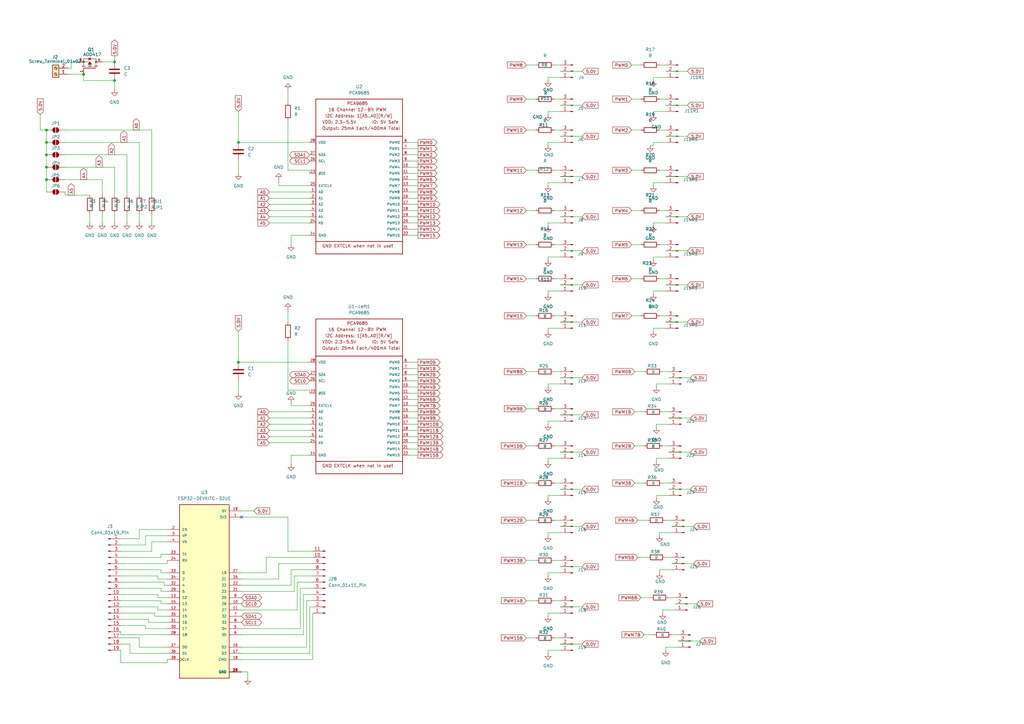
<source format=kicad_sch>
(kicad_sch (version 20231120) (generator "eeschema") (generator_version "8.0")
  (paper "A3")
  (title_block (title "navrh") (date "2024-10-29") (rev "Bartos"))
  (lib_symbols
    (symbol "AOD417:AOD417" (pin_names (offset 1.016))
      (property "Reference" "Q" (at -8.89 3.81 0))
      (property "Value" "AOD417" (at -8.89 -6.35 0))
      (symbol "AOD417_0_0"
        (pin passive line (at -2.54 2.54 0) (length 2.54) (name "~") (number "1"))
        (pin passive line (at 2.54 5.08 270) (length 2.54) (name "~") (number "3"))
        (pin passive line (at 2.54 -5.08 90) (length 2.54) (name "~") (number "4"))
      )
    )
    (symbol "Connector:Conn_01x03_Pin" (pin_names (offset 1.016) hide)
      (property "Reference" "J" (at 0 5.08 0))
      (property "Value" "Conn_01x03_Pin" (at 0 -5.08 0))
      (symbol "Conn_01x03_Pin_1_1"
        (pin passive line (at 5.08 2.54 180) (length 3.81) (name "Pin_1") (number "1"))
        (pin passive line (at 5.08 0 180) (length 3.81) (name "Pin_2") (number "2"))
        (pin passive line (at 5.08 -2.54 180) (length 3.81) (name "Pin_3") (number "3"))
      )
    )
    (symbol "Connector:Conn_01x11_Pin" (pin_names (offset 1.016) hide)
      (property "Reference" "J" (at 0 15.24 0))
      (property "Value" "Conn_01x11_Pin" (at 0 -15.24 0))
      (symbol "Conn_01x11_Pin_1_1"
        (pin passive line (at 5.08 12.7 180) (length 3.81) (name "Pin_1") (number "1"))
        (pin passive line (at 5.08 -10.16 180) (length 3.81) (name "Pin_10") (number "10"))
        (pin passive line (at 5.08 -12.7 180) (length 3.81) (name "Pin_11") (number "11"))
        (pin passive line (at 5.08 10.16 180) (length 3.81) (name "Pin_2") (number "2"))
        (pin passive line (at 5.08 7.62 180) (length 3.81) (name "Pin_3") (number "3"))
        (pin passive line (at 5.08 5.08 180) (length 3.81) (name "Pin_4") (number "4"))
        (pin passive line (at 5.08 2.54 180) (length 3.81) (name "Pin_5") (number "5"))
        (pin passive line (at 5.08 0 180) (length 3.81) (name "Pin_6") (number "6"))
        (pin passive line (at 5.08 -2.54 180) (length 3.81) (name "Pin_7") (number "7"))
        (pin passive line (at 5.08 -5.08 180) (length 3.81) (name "Pin_8") (number "8"))
        (pin passive line (at 5.08 -7.62 180) (length 3.81) (name "Pin_9") (number "9"))
      )
    )
    (symbol "Connector:Conn_01x19_Pin" (pin_names (offset 1.016) hide)
      (property "Reference" "J" (at 0 25.4 0))
      (property "Value" "Conn_01x19_Pin" (at 0 -25.4 0))
      (symbol "Conn_01x19_Pin_1_1"
        (pin passive line (at 5.08 22.86 180) (length 3.81) (name "Pin_1") (number "1"))
        (pin passive line (at 5.08 0 180) (length 3.81) (name "Pin_10") (number "10"))
        (pin passive line (at 5.08 -2.54 180) (length 3.81) (name "Pin_11") (number "11"))
        (pin passive line (at 5.08 -5.08 180) (length 3.81) (name "Pin_12") (number "12"))
        (pin passive line (at 5.08 -7.62 180) (length 3.81) (name "Pin_13") (number "13"))
        (pin passive line (at 5.08 -10.16 180) (length 3.81) (name "Pin_14") (number "14"))
        (pin passive line (at 5.08 -12.7 180) (length 3.81) (name "Pin_15") (number "15"))
        (pin passive line (at 5.08 -15.24 180) (length 3.81) (name "Pin_16") (number "16"))
        (pin passive line (at 5.08 -17.78 180) (length 3.81) (name "Pin_17") (number "17"))
        (pin passive line (at 5.08 -20.32 180) (length 3.81) (name "Pin_18") (number "18"))
        (pin passive line (at 5.08 -22.86 180) (length 3.81) (name "Pin_19") (number "19"))
        (pin passive line (at 5.08 20.32 180) (length 3.81) (name "Pin_2") (number "2"))
        (pin passive line (at 5.08 17.78 180) (length 3.81) (name "Pin_3") (number "3"))
        (pin passive line (at 5.08 15.24 180) (length 3.81) (name "Pin_4") (number "4"))
        (pin passive line (at 5.08 12.7 180) (length 3.81) (name "Pin_5") (number "5"))
        (pin passive line (at 5.08 10.16 180) (length 3.81) (name "Pin_6") (number "6"))
        (pin passive line (at 5.08 7.62 180) (length 3.81) (name "Pin_7") (number "7"))
        (pin passive line (at 5.08 5.08 180) (length 3.81) (name "Pin_8") (number "8"))
        (pin passive line (at 5.08 2.54 180) (length 3.81) (name "Pin_9") (number "9"))
      )
    )
    (symbol "Connector:Screw_Terminal_01x02" (pin_names (offset 1.016) hide)
      (property "Reference" "J" (at 0 2.54 0))
      (property "Value" "Screw_Terminal_01x02" (at 0 -5.08 0))
      (symbol "Screw_Terminal_01x02_1_1"
        (pin passive line (at -5.08 0 0) (length 3.81) (name "Pin_1") (number "1"))
        (pin passive line (at -5.08 -2.54 0) (length 3.81) (name "Pin_2") (number "2"))
      )
    )
    (symbol "Device:C" (pin_numbers hide) (pin_names (offset 0.254))
      (property "Reference" "C" (at 0.635 2.54 0))
      (property "Value" "C" (at 0.635 -2.54 0))
      (symbol "C_1_1"
        (pin passive line (at 0 3.81 270) (length 2.794) (name "~") (number "1"))
        (pin passive line (at 0 -3.81 90) (length 2.794) (name "~") (number "2"))
      )
    )
    (symbol "Device:R" (pin_numbers hide) (pin_names (offset 0))
      (property "Reference" "R" (at 2.032 0 90))
      (property "Value" "R" (at 0 0 90))
      (symbol "R_1_1"
        (pin passive line (at 0 3.81 270) (length 1.27) (name "~") (number "1"))
        (pin passive line (at 0 -3.81 90) (length 1.27) (name "~") (number "2"))
      )
    )
    (symbol "ESP32-DEVKITC-32UE:ESP32-DEVKITC-32UE" (pin_names (offset 1.016))
      (property "Reference" "U" (at -10.16 36.83 0))
      (property "Value" "ESP32-DEVKITC-32UE" (at -10.16 -38.1 0))
      (symbol "ESP32-DEVKITC-32UE_0_0"
        (pin power_in line (at 15.24 30.48 180) (length 5.08) (name "3V3") (number "1"))
        (pin bidirectional line (at 15.24 -5.08 180) (length 5.08) (name "26") (number "10"))
        (pin bidirectional line (at 15.24 -7.62 180) (length 5.08) (name "27") (number "11"))
        (pin bidirectional line (at -15.24 -7.62 0) (length 5.08) (name "14") (number "12"))
        (pin bidirectional line (at -15.24 -2.54 0) (length 5.08) (name "12") (number "13"))
        (pin power_in line (at 15.24 -33.02 180) (length 5.08) (name "GND") (number "14"))
        (pin bidirectional line (at -15.24 -5.08 0) (length 5.08) (name "13") (number "15"))
        (pin bidirectional line (at 15.24 -22.86 180) (length 5.08) (name "D2") (number "16"))
        (pin bidirectional line (at 15.24 -25.4 180) (length 5.08) (name "D3") (number "17"))
        (pin bidirectional line (at 15.24 -27.94 180) (length 5.08) (name "CMD") (number "18"))
        (pin power_in line (at 15.24 33.02 180) (length 5.08) (name "5V") (number "19"))
        (pin input line (at -15.24 25.4 0) (length 5.08) (name "EN") (number "2"))
        (pin power_in line (at 15.24 -33.02 180) (length 5.08) (name "GND") (number "20"))
        (pin bidirectional line (at 15.24 0 180) (length 5.08) (name "23") (number "21"))
        (pin bidirectional line (at 15.24 2.54 180) (length 5.08) (name "22") (number "22"))
        (pin bidirectional line (at -15.24 15.24 0) (length 5.08) (name "TX") (number "23"))
        (pin bidirectional line (at -15.24 12.7 0) (length 5.08) (name "RX") (number "24"))
        (pin bidirectional line (at 15.24 5.08 180) (length 5.08) (name "21") (number "25"))
        (pin power_in line (at 15.24 -33.02 180) (length 5.08) (name "GND") (number "26"))
        (pin bidirectional line (at 15.24 7.62 180) (length 5.08) (name "19") (number "27"))
        (pin bidirectional line (at -15.24 -17.78 0) (length 5.08) (name "18") (number "28"))
        (pin bidirectional line (at -15.24 0 0) (length 5.08) (name "5") (number "29"))
        (pin input line (at -15.24 22.86 0) (length 5.08) (name "VP") (number "3"))
        (pin bidirectional line (at -15.24 -15.24 0) (length 5.08) (name "17") (number "30"))
        (pin bidirectional line (at -15.24 -12.7 0) (length 5.08) (name "16") (number "31"))
        (pin bidirectional line (at -15.24 2.54 0) (length 5.08) (name "4") (number "32"))
        (pin bidirectional line (at -15.24 7.62 0) (length 5.08) (name "0") (number "33"))
        (pin bidirectional line (at -15.24 5.08 0) (length 5.08) (name "2") (number "34"))
        (pin bidirectional line (at -15.24 -10.16 0) (length 5.08) (name "15") (number "35"))
        (pin bidirectional line (at -15.24 -25.4 0) (length 5.08) (name "D1") (number "36"))
        (pin bidirectional line (at -15.24 -22.86 0) (length 5.08) (name "D0") (number "37"))
        (pin bidirectional clock (at -15.24 -27.94 0) (length 5.08) (name "CLK") (number "38"))
        (pin input line (at -15.24 20.32 0) (length 5.08) (name "VN") (number "4"))
        (pin bidirectional line (at 15.24 -15.24 180) (length 5.08) (name "34") (number "5"))
        (pin bidirectional line (at 15.24 -17.78 180) (length 5.08) (name "35") (number "6"))
        (pin bidirectional line (at 15.24 -10.16 180) (length 5.08) (name "32") (number "7"))
        (pin bidirectional line (at 15.24 -12.7 180) (length 5.08) (name "33") (number "8"))
        (pin bidirectional line (at 15.24 -2.54 180) (length 5.08) (name "25") (number "9"))
      )
    )
    (symbol "Jumper:SolderJumper_2_Open" (pin_numbers hide) (pin_names (offset 0) hide) (exclude_from_sim yes) (in_bom no)
      (property "Reference" "JP" (at 0 2.032 0))
      (property "Value" "SolderJumper_2_Open" (at 0 -2.54 0))
      (symbol "SolderJumper_2_Open_1_1"
        (pin passive line (at -3.81 0 0) (length 2.54) (name "A") (number "1"))
        (pin passive line (at 3.81 0 180) (length 2.54) (name "B") (number "2"))
      )
    )
    (symbol "PCA9685:PCA9685" (pin_names (offset 1.016))
      (property "Reference" "U" (at -17.78 35.56 0))
      (property "Value" "PCA9685" (at -17.78 -33.02 0))
      (symbol "PCA9685_0_0"
        (text "16 Channel 12-Bit PWM" (at -12.7 27.94 0) (effects (font (size 1.27 1.27)) (justify left bottom)))
        (text "GND EXTCLK when not in use!" (at -15.24 -27.94 0) (effects (font (size 1.27 1.27)) (justify left bottom)))
        (text "I2C Address: 1[A5..A0][R/W]" (at -13.97 25.4 0) (effects (font (size 1.27 1.27)) (justify left bottom)))
        (text "IO: 5V Safe" (at 5.08 22.86 0) (effects (font (size 1.27 1.27)) (justify left bottom)))
        (text "Output: 25mA Each/400mA Total" (at -15.24 20.32 0) (effects (font (size 1.27 1.27)) (justify left bottom)))
        (text "PCA9685" (at -5.08 30.48 0) (effects (font (size 1.27 1.27)) (justify left bottom)))
        (text "VDD: 2.3-5.5V" (at -15.24 22.86 0) (effects (font (size 1.27 1.27)) (justify left bottom)))
        (pin bidirectional line (at -20.32 -5.08 0) (length 2.54) (name "A0") (number "1"))
        (pin output line (at 20.32 5.08 180) (length 2.54) (name "PWM4") (number "10"))
        (pin output line (at 20.32 2.54 180) (length 2.54) (name "PWM5") (number "11"))
        (pin output line (at 20.32 0 180) (length 2.54) (name "PWM6") (number "12"))
        (pin output line (at 20.32 -2.54 180) (length 2.54) (name "PWM7") (number "13"))
        (pin power_in line (at -20.32 -22.86 0) (length 2.54) (name "GND") (number "14"))
        (pin output line (at 20.32 -5.08 180) (length 2.54) (name "PWM8") (number "15"))
        (pin output line (at 20.32 -7.62 180) (length 2.54) (name "PWM9") (number "16"))
        (pin output line (at 20.32 -10.16 180) (length 2.54) (name "PWM10") (number "17"))
        (pin output line (at 20.32 -12.7 180) (length 2.54) (name "PWM11") (number "18"))
        (pin output line (at 20.32 -15.24 180) (length 2.54) (name "PWM12") (number "19"))
        (pin bidirectional line (at -20.32 -7.62 0) (length 2.54) (name "A1") (number "2"))
        (pin output line (at 20.32 -17.78 180) (length 2.54) (name "PWM13") (number "20"))
        (pin output line (at 20.32 -20.32 180) (length 2.54) (name "PWM14") (number "21"))
        (pin output line (at 20.32 -22.86 180) (length 2.54) (name "PWM15") (number "22"))
        (pin input line (at -20.32 2.54 0) (length 2.54) (name "#OE") (number "23"))
        (pin bidirectional line (at -20.32 -17.78 0) (length 2.54) (name "A5") (number "24"))
        (pin input line (at -20.32 -2.54 0) (length 2.54) (name "EXTCLK") (number "25"))
        (pin bidirectional line (at -20.32 7.62 0) (length 2.54) (name "SCL") (number "26"))
        (pin bidirectional line (at -20.32 10.16 0) (length 2.54) (name "SDA") (number "27"))
        (pin power_in line (at -20.32 15.24 0) (length 2.54) (name "VDD") (number "28"))
        (pin bidirectional line (at -20.32 -10.16 0) (length 2.54) (name "A2") (number "3"))
        (pin bidirectional line (at -20.32 -12.7 0) (length 2.54) (name "A3") (number "4"))
        (pin bidirectional line (at -20.32 -15.24 0) (length 2.54) (name "A4") (number "5"))
        (pin output line (at 20.32 15.24 180) (length 2.54) (name "PWM0") (number "6"))
        (pin output line (at 20.32 12.7 180) (length 2.54) (name "PWM1") (number "7"))
        (pin output line (at 20.32 10.16 180) (length 2.54) (name "PWM2") (number "8"))
        (pin output line (at 20.32 7.62 180) (length 2.54) (name "PWM3") (number "9"))
      )
    )
    (symbol "power:GND" (power) (pin_numbers hide) (pin_names (offset 0) hide)
      (property "Value" "GND" (at 0 -3.81 0))
      (symbol "GND_1_1"
        (pin power_in line (at 0 0 270) (length 0) (name "~") (number "1"))
      )
    )
  )
  (junction (at 19.05 53.34))
  (junction (at 19.05 73.66))
  (junction (at 46.99 25.4))
  (junction (at 19.05 68.58))
  (junction (at 97.79 58.42))
  (junction (at 46.99 33.02))
  (junction (at 97.79 148.59))
  (junction (at 19.05 63.5))
  (junction (at 34.29 30.48))
  (junction (at 19.05 58.42))
  (no_connect (at 99.06 212.09))
  (wire (pts (xy 120.65 236.22) (xy 128.27 236.22)))
  (wire (pts (xy 227.33 129.54) (xy 229.87 129.54)))
  (wire (pts (xy 273.05 213.36) (xy 275.59 213.36)))
  (wire (pts (xy 19.05 73.66) (xy 19.05 78.74)))
  (wire (pts (xy 229.87 157.48) (xy 224.79 157.48)))
  (wire (pts (xy 275.59 218.44) (xy 270.51 218.44)))
  (wire (pts (xy 41.91 87.63) (xy 41.91 91.44)))
  (wire (pts (xy 267.97 91.44) (xy 267.97 92.71)))
  (wire (pts (xy 275.59 260.35) (xy 278.13 260.35)))
  (wire (pts (xy 119.38 186.69) (xy 119.38 190.5)))
  (wire (pts (xy 267.97 45.72) (xy 267.97 46.99)))
  (wire (pts (xy 215.9 114.3) (xy 219.71 114.3)))
  (wire (pts (xy 64.77 236.22) (xy 64.77 237.49)))
  (wire (pts (xy 49.53 220.98) (xy 57.15 220.98)))
  (wire (pts (xy 110.49 171.45) (xy 127 171.45)))
  (wire (pts (xy 66.04 246.38) (xy 66.04 247.65)))
  (wire (pts (xy 227.33 167.64) (xy 229.87 167.64)))
  (wire (pts (xy 125.73 265.43) (xy 125.73 246.38)))
  (wire (pts (xy 46.99 33.02) (xy 34.29 33.02)))
  (wire (pts (xy 229.87 132.08) (xy 238.76 132.08)))
  (wire (pts (xy 229.87 72.39) (xy 238.76 72.39)))
  (wire (pts (xy 118.11 226.06) (xy 128.27 226.06)))
  (wire (pts (xy 27.94 30.48) (xy 34.29 30.48)))
  (wire (pts (xy 127 58.42) (xy 97.79 58.42)))
  (wire (pts (xy 99.06 209.55) (xy 104.14 209.55)))
  (wire (pts (xy 270.51 69.85) (xy 273.05 69.85)))
  (wire (pts (xy 49.53 223.52) (xy 59.69 223.52)))
  (wire (pts (xy 46.99 87.63) (xy 46.99 91.44)))
  (wire (pts (xy 273.05 116.84) (xy 281.94 116.84)))
  (wire (pts (xy 59.69 223.52) (xy 59.69 219.71)))
  (wire (pts (xy 53.34 264.16) (xy 53.34 267.97)))
  (wire (pts (xy 229.87 264.16) (xy 238.76 264.16)))
  (wire (pts (xy 274.32 154.94) (xy 283.21 154.94)))
  (wire (pts (xy 267.97 134.62) (xy 267.97 135.89)))
  (wire (pts (xy 110.49 81.28) (xy 127 81.28)))
  (wire (pts (xy 99.06 260.35) (xy 124.46 260.35)))
  (wire (pts (xy 68.58 260.35) (xy 49.53 260.35)))
  (wire (pts (xy 270.51 233.68) (xy 270.51 234.95)))
  (wire (pts (xy 270.51 114.3) (xy 273.05 114.3)))
  (wire (pts (xy 227.33 246.38) (xy 229.87 246.38)))
  (wire (pts (xy 49.53 238.76) (xy 67.31 238.76)))
  (wire (pts (xy 259.08 129.54) (xy 262.89 129.54)))
  (wire (pts (xy 16.51 53.34) (xy 19.05 53.34)))
  (wire (pts (xy 53.34 267.97) (xy 68.58 267.97)))
  (wire (pts (xy 267.97 74.93) (xy 267.97 76.2)))
  (wire (pts (xy 101.6 275.59) (xy 101.6 278.13)))
  (wire (pts (xy 259.08 53.34) (xy 262.89 53.34)))
  (wire (pts (xy 229.87 200.66) (xy 238.76 200.66)))
  (wire (pts (xy 49.53 260.35) (xy 49.53 259.08)))
  (wire (pts (xy 127 96.52) (xy 119.38 96.52)))
  (wire (pts (xy 167.64 184.15) (xy 171.45 184.15)))
  (wire (pts (xy 271.78 182.88) (xy 274.32 182.88)))
  (wire (pts (xy 229.87 58.42) (xy 224.79 58.42)))
  (wire (pts (xy 34.29 33.02) (xy 34.29 30.48)))
  (wire (pts (xy 260.35 182.88) (xy 264.16 182.88)))
  (wire (pts (xy 46.99 25.4) (xy 46.99 22.86)))
  (wire (pts (xy 57.15 220.98) (xy 57.15 217.17)))
  (wire (pts (xy 49.53 233.68) (xy 66.04 233.68)))
  (wire (pts (xy 62.23 226.06) (xy 62.23 222.25)))
  (wire (pts (xy 270.51 218.44) (xy 270.51 219.71)))
  (wire (pts (xy 167.64 171.45) (xy 171.45 171.45)))
  (wire (pts (xy 59.69 256.54) (xy 59.69 257.81)))
  (wire (pts (xy 259.08 40.64) (xy 262.89 40.64)))
  (wire (pts (xy 229.87 185.42) (xy 238.76 185.42)))
  (wire (pts (xy 119.38 233.68) (xy 128.27 233.68)))
  (wire (pts (xy 215.9 198.12) (xy 219.71 198.12)))
  (wire (pts (xy 275.59 215.9) (xy 284.48 215.9)))
  (wire (pts (xy 224.79 218.44) (xy 224.79 219.71)))
  (wire (pts (xy 59.69 219.71) (xy 68.58 219.71)))
  (wire (pts (xy 57.15 58.42) (xy 57.15 80.01)))
  (wire (pts (xy 264.16 260.35) (xy 267.97 260.35)))
  (wire (pts (xy 127 76.2) (xy 114.3 76.2)))
  (wire (pts (xy 273.05 55.88) (xy 281.94 55.88)))
  (wire (pts (xy 109.22 234.95) (xy 109.22 228.6)))
  (wire (pts (xy 270.51 53.34) (xy 273.05 53.34)))
  (wire (pts (xy 276.86 250.19) (xy 271.78 250.19)))
  (wire (pts (xy 66.04 227.33) (xy 68.58 227.33)))
  (wire (pts (xy 41.91 73.66) (xy 41.91 80.01)))
  (wire (pts (xy 167.64 73.66) (xy 171.45 73.66)))
  (wire (pts (xy 19.05 68.58) (xy 19.05 73.66)))
  (wire (pts (xy 97.79 135.89) (xy 97.79 148.59)))
  (wire (pts (xy 167.64 96.52) (xy 171.45 96.52)))
  (wire (pts (xy 215.9 246.38) (xy 219.71 246.38)))
  (wire (pts (xy 227.33 26.67) (xy 229.87 26.67)))
  (wire (pts (xy 269.24 187.96) (xy 269.24 189.23)))
  (wire (pts (xy 26.67 73.66) (xy 41.91 73.66)))
  (wire (pts (xy 97.79 66.04) (xy 97.79 71.12)))
  (wire (pts (xy 229.87 266.7) (xy 224.79 266.7)))
  (wire (pts (xy 229.87 215.9) (xy 238.76 215.9)))
  (wire (pts (xy 118.11 160.02) (xy 127 160.02)))
  (wire (pts (xy 167.64 66.04) (xy 171.45 66.04)))
  (wire (pts (xy 273.05 31.75) (xy 267.97 31.75)))
  (wire (pts (xy 46.99 68.58) (xy 46.99 80.01)))
  (wire (pts (xy 270.51 40.64) (xy 273.05 40.64)))
  (wire (pts (xy 99.06 267.97) (xy 127 267.97)))
  (wire (pts (xy 224.79 203.2) (xy 224.79 204.47)))
  (wire (pts (xy 224.79 45.72) (xy 224.79 46.99)))
  (wire (pts (xy 215.9 229.87) (xy 219.71 229.87)))
  (wire (pts (xy 229.87 102.87) (xy 238.76 102.87)))
  (wire (pts (xy 215.9 261.62) (xy 219.71 261.62)))
  (wire (pts (xy 49.53 256.54) (xy 59.69 256.54)))
  (wire (pts (xy 167.64 158.75) (xy 171.45 158.75)))
  (wire (pts (xy 274.32 200.66) (xy 283.21 200.66)))
  (wire (pts (xy 271.78 168.91) (xy 274.32 168.91)))
  (wire (pts (xy 119.38 240.03) (xy 119.38 233.68)))
  (wire (pts (xy 26.67 58.42) (xy 57.15 58.42)))
  (wire (pts (xy 273.05 45.72) (xy 267.97 45.72)))
  (wire (pts (xy 26.67 53.34) (xy 62.23 53.34)))
  (wire (pts (xy 274.32 245.11) (xy 276.86 245.11)))
  (wire (pts (xy 99.06 270.51) (xy 128.27 270.51)))
  (wire (pts (xy 276.86 247.65) (xy 285.75 247.65)))
  (wire (pts (xy 167.64 173.99) (xy 171.45 173.99)))
  (wire (pts (xy 64.77 237.49) (xy 68.58 237.49)))
  (wire (pts (xy 110.49 173.99) (xy 127 173.99)))
  (wire (pts (xy 97.79 45.72) (xy 97.79 58.42)))
  (wire (pts (xy 229.87 74.93) (xy 224.79 74.93)))
  (wire (pts (xy 275.59 231.14) (xy 284.48 231.14)))
  (wire (pts (xy 259.08 69.85) (xy 262.89 69.85)))
  (wire (pts (xy 273.05 265.43) (xy 273.05 266.7)))
  (wire (pts (xy 224.79 266.7) (xy 224.79 267.97)))
  (wire (pts (xy 267.97 105.41) (xy 267.97 106.68)))
  (wire (pts (xy 128.27 270.51) (xy 128.27 251.46)))
  (wire (pts (xy 121.92 250.19) (xy 121.92 238.76)))
  (wire (pts (xy 99.06 237.49) (xy 114.3 237.49)))
  (wire (pts (xy 99.06 240.03) (xy 119.38 240.03)))
  (wire (pts (xy 49.53 254) (xy 60.96 254)))
  (wire (pts (xy 66.04 242.57) (xy 68.58 242.57)))
  (wire (pts (xy 227.33 229.87) (xy 229.87 229.87)))
  (wire (pts (xy 259.08 114.3) (xy 262.89 114.3)))
  (wire (pts (xy 167.64 148.59) (xy 171.45 148.59)))
  (wire (pts (xy 261.62 213.36) (xy 265.43 213.36)))
  (wire (pts (xy 260.35 198.12) (xy 264.16 198.12)))
  (wire (pts (xy 229.87 251.46) (xy 224.79 251.46)))
  (wire (pts (xy 224.79 31.75) (xy 224.79 33.02)))
  (wire (pts (xy 278.13 262.89) (xy 287.02 262.89)))
  (wire (pts (xy 224.79 74.93) (xy 224.79 76.2)))
  (wire (pts (xy 57.15 217.17) (xy 68.58 217.17)))
  (wire (pts (xy 229.87 134.62) (xy 224.79 134.62)))
  (wire (pts (xy 110.49 91.44) (xy 127 91.44)))
  (wire (pts (xy 271.78 250.19) (xy 271.78 251.46)))
  (wire (pts (xy 110.49 179.07) (xy 127 179.07)))
  (wire (pts (xy 60.96 255.27) (xy 68.58 255.27)))
  (wire (pts (xy 62.23 53.34) (xy 62.23 80.01)))
  (wire (pts (xy 63.5 251.46) (xy 63.5 252.73)))
  (wire (pts (xy 167.64 179.07) (xy 171.45 179.07)))
  (wire (pts (xy 114.3 73.66) (xy 114.3 76.2)))
  (wire (pts (xy 274.32 185.42) (xy 283.21 185.42)))
  (wire (pts (xy 270.51 100.33) (xy 273.05 100.33)))
  (wire (pts (xy 123.19 241.3) (xy 128.27 241.3)))
  (wire (pts (xy 229.87 55.88) (xy 238.76 55.88)))
  (wire (pts (xy 262.89 245.11) (xy 266.7 245.11)))
  (wire (pts (xy 167.64 153.67) (xy 171.45 153.67)))
  (wire (pts (xy 109.22 228.6) (xy 128.27 228.6)))
  (wire (pts (xy 99.06 234.95) (xy 109.22 234.95)))
  (wire (pts (xy 57.15 87.63) (xy 57.15 91.44)))
  (wire (pts (xy 273.05 132.08) (xy 281.94 132.08)))
  (wire (pts (xy 27.94 27.94) (xy 29.21 27.94)))
  (wire (pts (xy 67.31 240.03) (xy 68.58 240.03)))
  (wire (pts (xy 167.64 71.12) (xy 171.45 71.12)))
  (wire (pts (xy 274.32 173.99) (xy 269.24 173.99)))
  (wire (pts (xy 224.79 91.44) (xy 224.79 92.71)))
  (wire (pts (xy 269.24 173.99) (xy 269.24 175.26)))
  (wire (pts (xy 49.53 248.92) (xy 64.77 248.92)))
  (wire (pts (xy 19.05 63.5) (xy 19.05 68.58)))
  (wire (pts (xy 167.64 86.36) (xy 171.45 86.36)))
  (wire (pts (xy 273.05 72.39) (xy 281.94 72.39)))
  (wire (pts (xy 167.64 63.5) (xy 171.45 63.5)))
  (wire (pts (xy 215.9 53.34) (xy 219.71 53.34)))
  (wire (pts (xy 118.11 69.85) (xy 127 69.85)))
  (wire (pts (xy 127 69.85) (xy 127 71.12)))
  (wire (pts (xy 68.58 271.78) (xy 68.58 270.51)))
  (wire (pts (xy 215.9 26.67) (xy 219.71 26.67)))
  (wire (pts (xy 167.64 151.13) (xy 171.45 151.13)))
  (wire (pts (xy 215.9 69.85) (xy 219.71 69.85)))
  (wire (pts (xy 224.79 58.42) (xy 224.79 59.69)))
  (wire (pts (xy 36.83 87.63) (xy 36.83 91.44)))
  (wire (pts (xy 224.79 105.41) (xy 224.79 106.68)))
  (wire (pts (xy 26.67 68.58) (xy 46.99 68.58)))
  (wire (pts (xy 273.05 91.44) (xy 267.97 91.44)))
  (wire (pts (xy 49.53 246.38) (xy 66.04 246.38)))
  (wire (pts (xy 229.87 43.18) (xy 238.76 43.18)))
  (wire (pts (xy 215.9 152.4) (xy 219.71 152.4)))
  (wire (pts (xy 167.64 81.28) (xy 171.45 81.28)))
  (wire (pts (xy 121.92 238.76) (xy 128.27 238.76)))
  (wire (pts (xy 62.23 87.63) (xy 62.23 91.44)))
  (wire (pts (xy 63.5 252.73) (xy 68.58 252.73)))
  (wire (pts (xy 229.87 154.94) (xy 238.76 154.94)))
  (wire (pts (xy 215.9 182.88) (xy 219.71 182.88)))
  (wire (pts (xy 36.83 80.01) (xy 26.67 80.01)))
  (wire (pts (xy 229.87 203.2) (xy 224.79 203.2)))
  (wire (pts (xy 118.11 36.83) (xy 118.11 41.91)))
  (wire (pts (xy 229.87 116.84) (xy 238.76 116.84)))
  (wire (pts (xy 273.05 119.38) (xy 267.97 119.38)))
  (wire (pts (xy 49.53 266.7) (xy 49.53 271.78)))
  (wire (pts (xy 215.9 40.64) (xy 219.71 40.64)))
  (wire (pts (xy 49.53 236.22) (xy 64.77 236.22)))
  (wire (pts (xy 229.87 119.38) (xy 224.79 119.38)))
  (wire (pts (xy 167.64 83.82) (xy 171.45 83.82)))
  (wire (pts (xy 127 166.37) (xy 119.38 166.37)))
  (wire (pts (xy 227.33 261.62) (xy 229.87 261.62)))
  (wire (pts (xy 66.04 247.65) (xy 68.58 247.65)))
  (wire (pts (xy 274.32 203.2) (xy 269.24 203.2)))
  (wire (pts (xy 275.59 233.68) (xy 270.51 233.68)))
  (wire (pts (xy 229.87 88.9) (xy 238.76 88.9)))
  (wire (pts (xy 26.67 80.01) (xy 26.67 78.74)))
  (wire (pts (xy 19.05 58.42) (xy 19.05 63.5)))
  (wire (pts (xy 119.38 166.37) (xy 119.38 165.1)))
  (wire (pts (xy 167.64 88.9) (xy 171.45 88.9)))
  (wire (pts (xy 229.87 29.21) (xy 238.76 29.21)))
  (wire (pts (xy 260.35 168.91) (xy 264.16 168.91)))
  (wire (pts (xy 215.9 213.36) (xy 219.71 213.36)))
  (wire (pts (xy 167.64 156.21) (xy 171.45 156.21)))
  (wire (pts (xy 273.05 228.6) (xy 275.59 228.6)))
  (wire (pts (xy 267.97 31.75) (xy 267.97 33.02)))
  (wire (pts (xy 49.53 264.16) (xy 53.34 264.16)))
  (wire (pts (xy 127 186.69) (xy 119.38 186.69)))
  (wire (pts (xy 99.06 275.59) (xy 101.6 275.59)))
  (wire (pts (xy 119.38 96.52) (xy 119.38 100.33)))
  (wire (pts (xy 267.97 59.69) (xy 266.7 59.69)))
  (wire (pts (xy 49.53 251.46) (xy 63.5 251.46)))
  (wire (pts (xy 227.33 182.88) (xy 229.87 182.88)))
  (wire (pts (xy 66.04 234.95) (xy 68.58 234.95)))
  (wire (pts (xy 224.79 134.62) (xy 224.79 135.89)))
  (wire (pts (xy 167.64 168.91) (xy 171.45 168.91)))
  (wire (pts (xy 273.05 43.18) (xy 281.94 43.18)))
  (wire (pts (xy 227.33 86.36) (xy 229.87 86.36)))
  (wire (pts (xy 227.33 69.85) (xy 229.87 69.85)))
  (wire (pts (xy 57.15 265.43) (xy 68.58 265.43)))
  (wire (pts (xy 215.9 86.36) (xy 219.71 86.36)))
  (wire (pts (xy 49.53 271.78) (xy 68.58 271.78)))
  (wire (pts (xy 227.33 198.12) (xy 229.87 198.12)))
  (wire (pts (xy 49.53 261.62) (xy 57.15 261.62)))
  (wire (pts (xy 271.78 198.12) (xy 274.32 198.12)))
  (wire (pts (xy 167.64 60.96) (xy 171.45 60.96)))
  (wire (pts (xy 229.87 218.44) (xy 224.79 218.44)))
  (wire (pts (xy 227.33 114.3) (xy 229.87 114.3)))
  (wire (pts (xy 273.05 29.21) (xy 281.94 29.21)))
  (wire (pts (xy 110.49 176.53) (xy 127 176.53)))
  (wire (pts (xy 261.62 228.6) (xy 265.43 228.6)))
  (wire (pts (xy 273.05 58.42) (xy 267.97 58.42)))
  (wire (pts (xy 267.97 58.42) (xy 267.97 59.69)))
  (wire (pts (xy 229.87 105.41) (xy 224.79 105.41)))
  (wire (pts (xy 167.64 91.44) (xy 171.45 91.44)))
  (wire (pts (xy 64.77 245.11) (xy 68.58 245.11)))
  (wire (pts (xy 114.3 237.49) (xy 114.3 231.14)))
  (wire (pts (xy 274.32 171.45) (xy 283.21 171.45)))
  (wire (pts (xy 224.79 234.95) (xy 224.79 236.22)))
  (wire (pts (xy 110.49 86.36) (xy 127 86.36)))
  (wire (pts (xy 41.91 25.4) (xy 46.99 25.4)))
  (wire (pts (xy 229.87 232.41) (xy 238.76 232.41)))
  (wire (pts (xy 118.11 49.53) (xy 118.11 69.85)))
  (wire (pts (xy 66.04 241.3) (xy 66.04 242.57)))
  (wire (pts (xy 16.51 46.99) (xy 16.51 53.34)))
  (wire (pts (xy 97.79 156.21) (xy 97.79 161.29)))
  (wire (pts (xy 49.53 231.14) (xy 68.58 231.14)))
  (wire (pts (xy 167.64 176.53) (xy 171.45 176.53)))
  (wire (pts (xy 167.64 186.69) (xy 171.45 186.69)))
  (wire (pts (xy 167.64 181.61) (xy 171.45 181.61)))
  (wire (pts (xy 167.64 166.37) (xy 171.45 166.37)))
  (wire (pts (xy 124.46 260.35) (xy 124.46 243.84)))
  (wire (pts (xy 215.9 167.64) (xy 219.71 167.64)))
  (wire (pts (xy 167.64 93.98) (xy 171.45 93.98)))
  (wire (pts (xy 229.87 187.96) (xy 224.79 187.96)))
  (wire (pts (xy 125.73 246.38) (xy 128.27 246.38)))
  (wire (pts (xy 99.06 212.09) (xy 118.11 212.09)))
  (wire (pts (xy 49.53 243.84) (xy 64.77 243.84)))
  (wire (pts (xy 259.08 26.67) (xy 262.89 26.67)))
  (wire (pts (xy 29.21 27.94) (xy 29.21 25.4)))
  (wire (pts (xy 224.79 172.72) (xy 224.79 173.99)))
  (wire (pts (xy 267.97 119.38) (xy 267.97 120.65)))
  (wire (pts (xy 110.49 181.61) (xy 127 181.61)))
  (wire (pts (xy 64.77 248.92) (xy 64.77 250.19)))
  (wire (pts (xy 167.64 163.83) (xy 171.45 163.83)))
  (wire (pts (xy 52.07 87.63) (xy 52.07 91.44)))
  (wire (pts (xy 167.64 76.2) (xy 171.45 76.2)))
  (wire (pts (xy 224.79 157.48) (xy 224.79 158.75)))
  (wire (pts (xy 127 160.02) (xy 127 161.29)))
  (wire (pts (xy 229.87 248.92) (xy 238.76 248.92)))
  (wire (pts (xy 110.49 78.74) (xy 127 78.74)))
  (wire (pts (xy 224.79 187.96) (xy 224.79 189.23)))
  (wire (pts (xy 49.53 226.06) (xy 62.23 226.06)))
  (wire (pts (xy 66.04 228.6) (xy 66.04 227.33)))
  (wire (pts (xy 229.87 31.75) (xy 224.79 31.75)))
  (wire (pts (xy 259.08 100.33) (xy 262.89 100.33)))
  (wire (pts (xy 64.77 243.84) (xy 64.77 245.11)))
  (wire (pts (xy 167.64 58.42) (xy 171.45 58.42)))
  (wire (pts (xy 123.19 257.81) (xy 123.19 241.3)))
  (wire (pts (xy 99.06 257.81) (xy 123.19 257.81)))
  (wire (pts (xy 229.87 172.72) (xy 224.79 172.72)))
  (wire (pts (xy 229.87 234.95) (xy 224.79 234.95)))
  (wire (pts (xy 273.05 74.93) (xy 267.97 74.93)))
  (wire (pts (xy 66.04 233.68) (xy 66.04 234.95)))
  (wire (pts (xy 269.24 203.2) (xy 269.24 204.47)))
  (wire (pts (xy 270.51 129.54) (xy 273.05 129.54)))
  (wire (pts (xy 29.21 25.4) (xy 31.75 25.4)))
  (wire (pts (xy 270.51 86.36) (xy 273.05 86.36)))
  (wire (pts (xy 167.64 161.29) (xy 171.45 161.29)))
  (wire (pts (xy 215.9 100.33) (xy 219.71 100.33)))
  (wire (pts (xy 227.33 100.33) (xy 229.87 100.33)))
  (wire (pts (xy 127 148.59) (xy 97.79 148.59)))
  (wire (pts (xy 273.05 134.62) (xy 267.97 134.62)))
  (wire (pts (xy 19.05 53.34) (xy 19.05 58.42)))
  (wire (pts (xy 62.23 222.25) (xy 68.58 222.25)))
  (wire (pts (xy 270.51 26.67) (xy 273.05 26.67)))
  (wire (pts (xy 229.87 91.44) (xy 224.79 91.44)))
  (wire (pts (xy 278.13 265.43) (xy 273.05 265.43)))
  (wire (pts (xy 110.49 88.9) (xy 127 88.9)))
  (wire (pts (xy 224.79 119.38) (xy 224.79 120.65)))
  (wire (pts (xy 260.35 152.4) (xy 264.16 152.4)))
  (wire (pts (xy 59.69 257.81) (xy 68.58 257.81)))
  (wire (pts (xy 46.99 33.02) (xy 46.99 36.83)))
  (wire (pts (xy 167.64 78.74) (xy 171.45 78.74)))
  (wire (pts (xy 26.67 63.5) (xy 52.07 63.5)))
  (wire (pts (xy 64.77 250.19) (xy 68.58 250.19)))
  (wire (pts (xy 127 248.92) (xy 128.27 248.92)))
  (wire (pts (xy 68.58 231.14) (xy 68.58 229.87)))
  (wire (pts (xy 273.05 88.9) (xy 281.94 88.9)))
  (wire (pts (xy 67.31 238.76) (xy 67.31 240.03)))
  (wire (pts (xy 118.11 127) (xy 118.11 132.08)))
  (wire (pts (xy 227.33 53.34) (xy 229.87 53.34)))
  (wire (pts (xy 215.9 129.54) (xy 219.71 129.54)))
  (wire (pts (xy 227.33 213.36) (xy 229.87 213.36)))
  (wire (pts (xy 120.65 242.57) (xy 120.65 236.22)))
  (wire (pts (xy 229.87 45.72) (xy 224.79 45.72)))
  (wire (pts (xy 118.11 139.7) (xy 118.11 160.02)))
  (wire (pts (xy 271.78 152.4) (xy 274.32 152.4)))
  (wire (pts (xy 227.33 40.64) (xy 229.87 40.64)))
  (wire (pts (xy 118.11 212.09) (xy 118.11 226.06)))
  (wire (pts (xy 273.05 105.41) (xy 267.97 105.41)))
  (wire (pts (xy 99.06 242.57) (xy 120.65 242.57)))
  (wire (pts (xy 99.06 250.19) (xy 121.92 250.19)))
  (wire (pts (xy 227.33 152.4) (xy 229.87 152.4)))
  (wire (pts (xy 114.3 231.14) (xy 128.27 231.14)))
  (wire (pts (xy 259.08 86.36) (xy 262.89 86.36)))
  (wire (pts (xy 110.49 168.91) (xy 127 168.91)))
  (wire (pts (xy 49.53 241.3) (xy 66.04 241.3)))
  (wire (pts (xy 269.24 157.48) (xy 269.24 158.75)))
  (wire (pts (xy 124.46 243.84) (xy 128.27 243.84)))
  (wire (pts (xy 224.79 251.46) (xy 224.79 252.73)))
  (wire (pts (xy 60.96 254) (xy 60.96 255.27)))
  (wire (pts (xy 229.87 170.18) (xy 238.76 170.18)))
  (wire (pts (xy 99.06 265.43) (xy 125.73 265.43)))
  (wire (pts (xy 49.53 228.6) (xy 66.04 228.6)))
  (wire (pts (xy 57.15 261.62) (xy 57.15 265.43)))
  (wire (pts (xy 127 267.97) (xy 127 248.92)))
  (wire (pts (xy 274.32 157.48) (xy 269.24 157.48)))
  (wire (pts (xy 52.07 63.5) (xy 52.07 80.01)))
  (wire (pts (xy 274.32 187.96) (xy 269.24 187.96)))
  (wire (pts (xy 273.05 102.87) (xy 281.94 102.87)))
  (wire (pts (xy 167.64 68.58) (xy 171.45 68.58)))
  (wire (pts (xy 110.49 83.82) (xy 127 83.82)))
  (global_label "5.0V" (shape input) (at 238.76 88.9 0) (property "Intersheetrefs" "${INTERSHEET_REFS}" (effects (hide yes))))
  (global_label "A4" (shape input) (at 110.49 179.07 180) (property "Intersheetrefs" "${INTERSHEET_REFS}" (effects (hide yes))))
  (global_label "5.0V" (shape input) (at 284.48 215.9 0) (property "Intersheetrefs" "${INTERSHEET_REFS}" (effects (hide yes))))
  (global_label "PWM6B" (shape input) (at 262.89 245.11 180) (property "Intersheetrefs" "${INTERSHEET_REFS}" (effects (hide yes))))
  (global_label "SDA0" (shape bidirectional) (at 99.06 245.11 0) (property "Intersheetrefs" "${INTERSHEET_REFS}" (effects (hide yes))))
  (global_label "PWM4B" (shape output) (at 171.45 158.75 0) (property "Intersheetrefs" "${INTERSHEET_REFS}" (effects (hide yes))))
  (global_label "PWM15B" (shape input) (at 215.9 261.62 180) (property "Intersheetrefs" "${INTERSHEET_REFS}" (effects (hide yes))))
  (global_label "PWM7" (shape input) (at 259.08 129.54 180) (property "Intersheetrefs" "${INTERSHEET_REFS}" (effects (hide yes))))
  (global_label "PWM9B" (shape input) (at 215.9 167.64 180) (property "Intersheetrefs" "${INTERSHEET_REFS}" (effects (hide yes))))
  (global_label "PWM1" (shape output) (at 171.45 60.96 0) (property "Intersheetrefs" "${INTERSHEET_REFS}" (effects (hide yes))))
  (global_label "5.0V" (shape input) (at 238.76 55.88 0) (property "Intersheetrefs" "${INTERSHEET_REFS}" (effects (hide yes))))
  (global_label "PWM0" (shape input) (at 259.08 26.67 180) (property "Intersheetrefs" "${INTERSHEET_REFS}" (effects (hide yes))))
  (global_label "SDA1" (shape bidirectional) (at 99.06 252.73 0) (property "Intersheetrefs" "${INTERSHEET_REFS}" (effects (hide yes))))
  (global_label "5.0V" (shape input) (at 283.21 185.42 0) (property "Intersheetrefs" "${INTERSHEET_REFS}" (effects (hide yes))))
  (global_label "5.0V" (shape input) (at 104.14 209.55 0) (property "Intersheetrefs" "${INTERSHEET_REFS}" (effects (hide yes))))
  (global_label "5.0V" (shape output) (at 46.99 22.86 90) (property "Intersheetrefs" "${INTERSHEET_REFS}" (effects (hide yes))))
  (global_label "A0" (shape output) (at 55.88 53.34 90) (property "Intersheetrefs" "${INTERSHEET_REFS}" (effects (hide yes))))
  (global_label "SCL0" (shape bidirectional) (at 127 156.21 180) (property "Intersheetrefs" "${INTERSHEET_REFS}" (effects (hide yes))))
  (global_label "PWM7" (shape output) (at 171.45 76.2 0) (property "Intersheetrefs" "${INTERSHEET_REFS}" (effects (hide yes))))
  (global_label "5.0V" (shape input) (at 281.94 43.18 0) (property "Intersheetrefs" "${INTERSHEET_REFS}" (effects (hide yes))))
  (global_label "5.0V" (shape input) (at 238.76 185.42 0) (property "Intersheetrefs" "${INTERSHEET_REFS}" (effects (hide yes))))
  (global_label "PWM13B" (shape output) (at 171.45 181.61 0) (property "Intersheetrefs" "${INTERSHEET_REFS}" (effects (hide yes))))
  (global_label "PWM5" (shape output) (at 171.45 71.12 0) (property "Intersheetrefs" "${INTERSHEET_REFS}" (effects (hide yes))))
  (global_label "SDA0" (shape bidirectional) (at 127 153.67 180) (property "Intersheetrefs" "${INTERSHEET_REFS}" (effects (hide yes))))
  (global_label "5.0V" (shape input) (at 238.76 72.39 0) (property "Intersheetrefs" "${INTERSHEET_REFS}" (effects (hide yes))))
  (global_label "5.0V" (shape input) (at 16.51 46.99 90) (property "Intersheetrefs" "${INTERSHEET_REFS}" (effects (hide yes))))
  (global_label "PWM5B" (shape output) (at 171.45 161.29 0) (property "Intersheetrefs" "${INTERSHEET_REFS}" (effects (hide yes))))
  (global_label "PWM14" (shape output) (at 171.45 93.98 0) (property "Intersheetrefs" "${INTERSHEET_REFS}" (effects (hide yes))))
  (global_label "PWM11B" (shape input) (at 215.9 198.12 180) (property "Intersheetrefs" "${INTERSHEET_REFS}" (effects (hide yes))))
  (global_label "5.0V" (shape input) (at 281.94 29.21 0) (property "Intersheetrefs" "${INTERSHEET_REFS}" (effects (hide yes))))
  (global_label "PWM9B" (shape output) (at 171.45 171.45 0) (property "Intersheetrefs" "${INTERSHEET_REFS}" (effects (hide yes))))
  (global_label "A4" (shape output) (at 34.29 73.66 90) (property "Intersheetrefs" "${INTERSHEET_REFS}" (effects (hide yes))))
  (global_label "PWM12" (shape input) (at 215.9 86.36 180) (property "Intersheetrefs" "${INTERSHEET_REFS}" (effects (hide yes))))
  (global_label "PWM1B" (shape output) (at 171.45 151.13 0) (property "Intersheetrefs" "${INTERSHEET_REFS}" (effects (hide yes))))
  (global_label "PWM11B" (shape output) (at 171.45 176.53 0) (property "Intersheetrefs" "${INTERSHEET_REFS}" (effects (hide yes))))
  (global_label "PWM11" (shape input) (at 215.9 69.85 180) (property "Intersheetrefs" "${INTERSHEET_REFS}" (effects (hide yes))))
  (global_label "5.0V" (shape input) (at 284.48 231.14 0) (property "Intersheetrefs" "${INTERSHEET_REFS}" (effects (hide yes))))
  (global_label "5.0V" (shape input) (at 238.76 132.08 0) (property "Intersheetrefs" "${INTERSHEET_REFS}" (effects (hide yes))))
  (global_label "PWM13B" (shape input) (at 215.9 229.87 180) (property "Intersheetrefs" "${INTERSHEET_REFS}" (effects (hide yes))))
  (global_label "5.0V" (shape input) (at 97.79 45.72 90) (property "Intersheetrefs" "${INTERSHEET_REFS}" (effects (hide yes))))
  (global_label "A3" (shape input) (at 110.49 86.36 180) (property "Intersheetrefs" "${INTERSHEET_REFS}" (effects (hide yes))))
  (global_label "PWM14B" (shape input) (at 215.9 246.38 180) (property "Intersheetrefs" "${INTERSHEET_REFS}" (effects (hide yes))))
  (global_label "5.0V" (shape input) (at 287.02 262.89 0) (property "Intersheetrefs" "${INTERSHEET_REFS}" (effects (hide yes))))
  (global_label "PWM10" (shape output) (at 171.45 83.82 0) (property "Intersheetrefs" "${INTERSHEET_REFS}" (effects (hide yes))))
  (global_label "A5" (shape input) (at 110.49 91.44 180) (property "Intersheetrefs" "${INTERSHEET_REFS}" (effects (hide yes))))
  (global_label "PWM2B" (shape output) (at 171.45 153.67 0) (property "Intersheetrefs" "${INTERSHEET_REFS}" (effects (hide yes))))
  (global_label "5.0V" (shape input) (at 238.76 248.92 0) (property "Intersheetrefs" "${INTERSHEET_REFS}" (effects (hide yes))))
  (global_label "PWM6" (shape output) (at 171.45 73.66 0) (property "Intersheetrefs" "${INTERSHEET_REFS}" (effects (hide yes))))
  (global_label "PWM4" (shape input) (at 259.08 86.36 180) (property "Intersheetrefs" "${INTERSHEET_REFS}" (effects (hide yes))))
  (global_label "PWM6B" (shape output) (at 171.45 163.83 0) (property "Intersheetrefs" "${INTERSHEET_REFS}" (effects (hide yes))))
  (global_label "PWM7B" (shape output) (at 171.45 166.37 0) (property "Intersheetrefs" "${INTERSHEET_REFS}" (effects (hide yes))))
  (global_label "PWM12" (shape output) (at 171.45 88.9 0) (property "Intersheetrefs" "${INTERSHEET_REFS}" (effects (hide yes))))
  (global_label "5.0V" (shape input) (at 238.76 154.94 0) (property "Intersheetrefs" "${INTERSHEET_REFS}" (effects (hide yes))))
  (global_label "5.0V" (shape input) (at 283.21 171.45 0) (property "Intersheetrefs" "${INTERSHEET_REFS}" (effects (hide yes))))
  (global_label "SCL1" (shape bidirectional) (at 127 66.04 180) (property "Intersheetrefs" "${INTERSHEET_REFS}" (effects (hide yes))))
  (global_label "A5" (shape input) (at 110.49 181.61 180) (property "Intersheetrefs" "${INTERSHEET_REFS}" (effects (hide yes))))
  (global_label "SDA1" (shape bidirectional) (at 127 63.5 180) (property "Intersheetrefs" "${INTERSHEET_REFS}" (effects (hide yes))))
  (global_label "A1" (shape output) (at 50.8 58.42 90) (property "Intersheetrefs" "${INTERSHEET_REFS}" (effects (hide yes))))
  (global_label "5.0V" (shape input) (at 281.94 55.88 0) (property "Intersheetrefs" "${INTERSHEET_REFS}" (effects (hide yes))))
  (global_label "5.0V" (shape input) (at 281.94 132.08 0) (property "Intersheetrefs" "${INTERSHEET_REFS}" (effects (hide yes))))
  (global_label "5.0V" (shape input) (at 283.21 154.94 0) (property "Intersheetrefs" "${INTERSHEET_REFS}" (effects (hide yes))))
  (global_label "5.0V" (shape input) (at 238.76 29.21 0) (property "Intersheetrefs" "${INTERSHEET_REFS}" (effects (hide yes))))
  (global_label "A1" (shape input) (at 110.49 81.28 180) (property "Intersheetrefs" "${INTERSHEET_REFS}" (effects (hide yes))))
  (global_label "A4" (shape input) (at 110.49 88.9 180) (property "Intersheetrefs" "${INTERSHEET_REFS}" (effects (hide yes))))
  (global_label "PWM4" (shape output) (at 171.45 68.58 0) (property "Intersheetrefs" "${INTERSHEET_REFS}" (effects (hide yes))))
  (global_label "5.0V" (shape input) (at 238.76 170.18 0) (property "Intersheetrefs" "${INTERSHEET_REFS}" (effects (hide yes))))
  (global_label "PWM11" (shape output) (at 171.45 86.36 0) (property "Intersheetrefs" "${INTERSHEET_REFS}" (effects (hide yes))))
  (global_label "PWM14B" (shape output) (at 171.45 184.15 0) (property "Intersheetrefs" "${INTERSHEET_REFS}" (effects (hide yes))))
  (global_label "PWM1" (shape input) (at 259.08 40.64 180) (property "Intersheetrefs" "${INTERSHEET_REFS}" (effects (hide yes))))
  (global_label "5.0V" (shape input) (at 238.76 116.84 0) (property "Intersheetrefs" "${INTERSHEET_REFS}" (effects (hide yes))))
  (global_label "PWM10" (shape input) (at 215.9 53.34 180) (property "Intersheetrefs" "${INTERSHEET_REFS}" (effects (hide yes))))
  (global_label "5.0V" (shape input) (at 238.76 232.41 0) (property "Intersheetrefs" "${INTERSHEET_REFS}" (effects (hide yes))))
  (global_label "PWM14" (shape input) (at 215.9 114.3 180) (property "Intersheetrefs" "${INTERSHEET_REFS}" (effects (hide yes))))
  (global_label "PWM9" (shape output) (at 171.45 81.28 0) (property "Intersheetrefs" "${INTERSHEET_REFS}" (effects (hide yes))))
  (global_label "PWM5" (shape input) (at 259.08 100.33 180) (property "Intersheetrefs" "${INTERSHEET_REFS}" (effects (hide yes))))
  (global_label "A0" (shape input) (at 110.49 78.74 180) (property "Intersheetrefs" "${INTERSHEET_REFS}" (effects (hide yes))))
  (global_label "PWM8B" (shape input) (at 215.9 152.4 180) (property "Intersheetrefs" "${INTERSHEET_REFS}" (effects (hide yes))))
  (global_label "SCL0" (shape bidirectional) (at 99.06 247.65 0) (property "Intersheetrefs" "${INTERSHEET_REFS}" (effects (hide yes))))
  (global_label "PWM3" (shape output) (at 171.45 66.04 0) (property "Intersheetrefs" "${INTERSHEET_REFS}" (effects (hide yes))))
  (global_label "PWM2" (shape input) (at 259.08 53.34 180) (property "Intersheetrefs" "${INTERSHEET_REFS}" (effects (hide yes))))
  (global_label "PWM3B" (shape input) (at 260.35 198.12 180) (property "Intersheetrefs" "${INTERSHEET_REFS}" (effects (hide yes))))
  (global_label "5.0V" (shape input) (at 238.76 264.16 0) (property "Intersheetrefs" "${INTERSHEET_REFS}" (effects (hide yes))))
  (global_label "A2" (shape output) (at 45.72 63.5 90) (property "Intersheetrefs" "${INTERSHEET_REFS}" (effects (hide yes))))
  (global_label "5.0V" (shape input) (at 97.79 135.89 90) (property "Intersheetrefs" "${INTERSHEET_REFS}" (effects (hide yes))))
  (global_label "PWM1B" (shape input) (at 260.35 168.91 180) (property "Intersheetrefs" "${INTERSHEET_REFS}" (effects (hide yes))))
  (global_label "PWM2" (shape output) (at 171.45 63.5 0) (property "Intersheetrefs" "${INTERSHEET_REFS}" (effects (hide yes))))
  (global_label "PWM10B" (shape input) (at 215.9 182.88 180) (property "Intersheetrefs" "${INTERSHEET_REFS}" (effects (hide yes))))
  (global_label "5.0V" (shape input) (at 281.94 102.87 0) (property "Intersheetrefs" "${INTERSHEET_REFS}" (effects (hide yes))))
  (global_label "A0" (shape input) (at 110.49 168.91 180) (property "Intersheetrefs" "${INTERSHEET_REFS}" (effects (hide yes))))
  (global_label "PWM6" (shape input) (at 259.08 114.3 180) (property "Intersheetrefs" "${INTERSHEET_REFS}" (effects (hide yes))))
  (global_label "PWM5B" (shape input) (at 261.62 228.6 180) (property "Intersheetrefs" "${INTERSHEET_REFS}" (effects (hide yes))))
  (global_label "PWM0B" (shape input) (at 260.35 152.4 180) (property "Intersheetrefs" "${INTERSHEET_REFS}" (effects (hide yes))))
  (global_label "PWM8" (shape input) (at 215.9 26.67 180) (property "Intersheetrefs" "${INTERSHEET_REFS}" (effects (hide yes))))
  (global_label "5.0V" (shape input) (at 285.75 247.65 0) (property "Intersheetrefs" "${INTERSHEET_REFS}" (effects (hide yes))))
  (global_label "PWM12B" (shape output) (at 171.45 179.07 0) (property "Intersheetrefs" "${INTERSHEET_REFS}" (effects (hide yes))))
  (global_label "PWM8" (shape output) (at 171.45 78.74 0) (property "Intersheetrefs" "${INTERSHEET_REFS}" (effects (hide yes))))
  (global_label "5.0V" (shape input) (at 281.94 116.84 0) (property "Intersheetrefs" "${INTERSHEET_REFS}" (effects (hide yes))))
  (global_label "PWM15B" (shape output) (at 171.45 186.69 0) (property "Intersheetrefs" "${INTERSHEET_REFS}" (effects (hide yes))))
  (global_label "A2" (shape input) (at 110.49 83.82 180) (property "Intersheetrefs" "${INTERSHEET_REFS}" (effects (hide yes))))
  (global_label "PWM12B" (shape input) (at 215.9 213.36 180) (property "Intersheetrefs" "${INTERSHEET_REFS}" (effects (hide yes))))
  (global_label "PWM2B" (shape input) (at 260.35 182.88 180) (property "Intersheetrefs" "${INTERSHEET_REFS}" (effects (hide yes))))
  (global_label "5.0V" (shape input) (at 238.76 102.87 0) (property "Intersheetrefs" "${INTERSHEET_REFS}" (effects (hide yes))))
  (global_label "PWM0B" (shape output) (at 171.45 148.59 0) (property "Intersheetrefs" "${INTERSHEET_REFS}" (effects (hide yes))))
  (global_label "A3" (shape output) (at 40.64 68.58 90) (property "Intersheetrefs" "${INTERSHEET_REFS}" (effects (hide yes))))
  (global_label "PWM15" (shape output) (at 171.45 96.52 0) (property "Intersheetrefs" "${INTERSHEET_REFS}" (effects (hide yes))))
  (global_label "PWM9" (shape input) (at 215.9 40.64 180) (property "Intersheetrefs" "${INTERSHEET_REFS}" (effects (hide yes))))
  (global_label "PWM3B" (shape output) (at 171.45 156.21 0) (property "Intersheetrefs" "${INTERSHEET_REFS}" (effects (hide yes))))
  (global_label "A5" (shape output) (at 29.21 80.01 90) (property "Intersheetrefs" "${INTERSHEET_REFS}" (effects (hide yes))))
  (global_label "PWM8B" (shape output) (at 171.45 168.91 0) (property "Intersheetrefs" "${INTERSHEET_REFS}" (effects (hide yes))))
  (global_label "5.0V" (shape input) (at 281.94 72.39 0) (property "Intersheetrefs" "${INTERSHEET_REFS}" (effects (hide yes))))
  (global_label "PWM3" (shape input) (at 259.08 69.85 180) (property "Intersheetrefs" "${INTERSHEET_REFS}" (effects (hide yes))))
  (global_label "PWM15" (shape input) (at 215.9 129.54 180) (property "Intersheetrefs" "${INTERSHEET_REFS}" (effects (hide yes))))
  (global_label "A1" (shape input) (at 110.49 171.45 180) (property "Intersheetrefs" "${INTERSHEET_REFS}" (effects (hide yes))))
  (global_label "A2" (shape input) (at 110.49 173.99 180) (property "Intersheetrefs" "${INTERSHEET_REFS}" (effects (hide yes))))
  (global_label "PWM7B" (shape input) (at 264.16 260.35 180) (property "Intersheetrefs" "${INTERSHEET_REFS}" (effects (hide yes))))
  (global_label "5.0V" (shape input) (at 238.76 215.9 0) (property "Intersheetrefs" "${INTERSHEET_REFS}" (effects (hide yes))))
  (global_label "5.0V" (shape input) (at 281.94 88.9 0) (property "Intersheetrefs" "${INTERSHEET_REFS}" (effects (hide yes))))
  (global_label "PWM4B" (shape input) (at 261.62 213.36 180) (property "Intersheetrefs" "${INTERSHEET_REFS}" (effects (hide yes))))
  (global_label "PWM13" (shape output) (at 171.45 91.44 0) (property "Intersheetrefs" "${INTERSHEET_REFS}" (effects (hide yes))))
  (global_label "5.0V" (shape input) (at 238.76 200.66 0) (property "Intersheetrefs" "${INTERSHEET_REFS}" (effects (hide yes))))
  (global_label "5.0V" (shape input) (at 283.21 200.66 0) (property "Intersheetrefs" "${INTERSHEET_REFS}" (effects (hide yes))))
  (global_label "PWM13" (shape input) (at 215.9 100.33 180) (property "Intersheetrefs" "${INTERSHEET_REFS}" (effects (hide yes))))
  (global_label "A3" (shape input) (at 110.49 176.53 180) (property "Intersheetrefs" "${INTERSHEET_REFS}" (effects (hide yes))))
  (global_label "PWM0" (shape output) (at 171.45 58.42 0) (property "Intersheetrefs" "${INTERSHEET_REFS}" (effects (hide yes))))
  (global_label "PWM10B" (shape output) (at 171.45 173.99 0) (property "Intersheetrefs" "${INTERSHEET_REFS}" (effects (hide yes))))
  (global_label "SCL1" (shape bidirectional) (at 99.06 255.27 0) (property "Intersheetrefs" "${INTERSHEET_REFS}" (effects (hide yes))))
  (global_label "5.0V" (shape input) (at 238.76 43.18 0) (property "Intersheetrefs" "${INTERSHEET_REFS}" (effects (hide yes))))
  (symbol (lib_id "Device:R") (at 266.7 26.67 90) (unit 1)
    (property "Reference" "R17" (at 266.7 20.32 90))
    (property "Value" "R" (at 266.7 22.86 90))
    (property "Footprint" "Resistor_SMD:R_0201_0603Metric" (effects (hide yes)))
    (property "Description" "Resistor" (effects (hide yes)))
  )
  (symbol (lib_id "Connector:Conn_01x03_Pin") (at 280.67 231.14 180) (unit 1)
    (property "Reference" "J25" (at 282.702 232.41 0) (effects (justify right)))
    (property "Value" "Conn_01x03_Pin" (effects (hide yes)))
    (property "Footprint" "Connector_PinHeader_2.00mm:PinHeader_1x03_P2.00mm_Vertical" (effects (hide yes)))
    (property "Description" "Generic connector, single row, 01x03, script generated" (effects (hide yes)))
  )
  (symbol (lib_id "power:GND") (at 224.79 135.89 0) (unit 1)
    (property "Reference" "#PWR024" (effects (hide yes)))
    (property "Value" "GND" (at 224.79 140.97 0))
    (property "Description" "Power symbol creates a global label with name \"GND\" , ground" (effects (hide yes)))
  )
  (symbol (lib_id "Connector:Conn_01x03_Pin") (at 234.95 170.18 180) (unit 1)
    (property "Reference" "J13" (at 236.982 171.45 0) (effects (justify right)))
    (property "Value" "Conn_01x03_Pin" (effects (hide yes)))
    (property "Footprint" "Connector_PinHeader_2.00mm:PinHeader_1x03_P2.00mm_Vertical" (effects (hide yes)))
    (property "Description" "Generic connector, single row, 01x03, script generated" (effects (hide yes)))
  )
  (symbol (lib_id "Device:R") (at 223.52 40.64 90) (unit 1)
    (property "Reference" "R10" (at 223.52 40.386 90))
    (property "Value" "R" (at 223.774 38.354 90))
    (property "Footprint" "Resistor_SMD:R_0201_0603Metric" (effects (hide yes)))
    (property "Description" "Resistor" (effects (hide yes)))
  )
  (symbol (lib_id "Device:R") (at 52.07 83.82 0) (unit 1)
    (property "Reference" "R6" (at 52.07 82.55 0) (effects (justify left)))
    (property "Value" "R" (at 52.07 85.09 0) (effects (justify left)))
    (property "Footprint" "Resistor_SMD:R_0201_0603Metric" (effects (hide yes)))
    (property "Description" "Resistor" (effects (hide yes)))
  )
  (symbol (lib_id "Connector:Screw_Terminal_01x02") (at 22.86 30.48 180) (unit 1)
    (property "Reference" "J2" (at 22.606 23.368 0))
    (property "Value" "Screw_Terminal_01x02" (at 22.606 25.146 0))
    (property "Footprint" "Connector_PinHeader_2.00mm:PinHeader_1x02_P2.00mm_Vertical" (effects (hide yes)))
    (property "Description" "Generic screw terminal, single row, 01x02, script generated (kicad-library-utils/schlib/autogen/connector/)" (effects (hide yes)))
  )
  (symbol (lib_id "power:GND") (at 273.05 266.7 0) (unit 1)
    (property "Reference" "#PWR048" (effects (hide yes)))
    (property "Value" "GND" (at 273.05 271.78 0))
    (property "Description" "Power symbol creates a global label with name \"GND\" , ground" (effects (hide yes)))
  )
  (symbol (lib_id "Device:R") (at 269.24 228.6 90) (unit 1)
    (property "Reference" "R38" (at 268.732 226.314 90))
    (property "Value" "R" (at 269.24 228.854 90))
    (property "Footprint" "Resistor_SMD:R_0201_0603Metric" (effects (hide yes)))
    (property "Description" "Resistor" (effects (hide yes)))
  )
  (symbol (lib_id "Jumper:SolderJumper_2_Open") (at 22.86 53.34 0) (unit 1) (exclude_from_sim yes) (in_bom no)
    (property "Reference" "JP1" (at 22.86 50.546 0))
    (property "Value" "SolderJumper_2_Open" (effects (hide yes)))
    (property "Footprint" "Jumper:SolderJumper-2_P1.3mm_Open_Pad1.0x1.5mm" (effects (hide yes)))
    (property "Description" "Solder Jumper, 2-pole, open" (effects (hide yes)))
  )
  (symbol (lib_id "Connector:Conn_01x03_Pin") (at 278.13 116.84 180) (unit 1)
    (property "Reference" "J16R1" (at 280.162 118.11 0) (effects (justify right)))
    (property "Value" "Conn_01x03_Pin" (effects (hide yes)))
    (property "Footprint" "Connector_PinHeader_2.00mm:PinHeader_1x03_P2.00mm_Vertical" (effects (hide yes)))
    (property "Description" "Generic connector, single row, 01x03, script generated" (effects (hide yes)))
  )
  (symbol (lib_id "Device:R") (at 267.97 198.12 90) (unit 1)
    (property "Reference" "R36" (at 267.462 195.834 90))
    (property "Value" "R" (at 267.97 198.374 90))
    (property "Footprint" "Resistor_SMD:R_0201_0603Metric" (effects (hide yes)))
    (property "Description" "Resistor" (effects (hide yes)))
  )
  (symbol (lib_id "Device:R") (at 266.7 40.64 90) (unit 1)
    (property "Reference" "R18" (at 266.7 34.29 90))
    (property "Value" "R" (at 266.7 36.83 90))
    (property "Footprint" "Resistor_SMD:R_0201_0603Metric" (effects (hide yes)))
    (property "Description" "Resistor" (effects (hide yes)))
  )
  (symbol (lib_id "Connector:Conn_01x03_Pin") (at 278.13 72.39 180) (unit 1)
    (property "Reference" "J13R1" (at 280.162 73.66 0) (effects (justify right)))
    (property "Value" "Conn_01x03_Pin" (effects (hide yes)))
    (property "Footprint" "Connector_PinHeader_2.00mm:PinHeader_1x03_P2.00mm_Vertical" (effects (hide yes)))
    (property "Description" "Generic connector, single row, 01x03, script generated" (effects (hide yes)))
  )
  (symbol (lib_id "Device:R") (at 223.52 114.3 90) (unit 1)
    (property "Reference" "R15" (at 223.52 114.554 90))
    (property "Value" "R" (at 223.52 110.49 90))
    (property "Footprint" "Resistor_SMD:R_0201_0603Metric" (effects (hide yes)))
    (property "Description" "Resistor" (effects (hide yes)))
  )
  (symbol (lib_id "Device:R") (at 41.91 83.82 0) (unit 1)
    (property "Reference" "R4" (at 41.656 82.55 0) (effects (justify left)))
    (property "Value" "R" (at 41.656 84.582 0) (effects (justify left)))
    (property "Footprint" "Resistor_SMD:R_0201_0603Metric" (effects (hide yes)))
    (property "Description" "Resistor" (effects (hide yes)))
  )
  (symbol (lib_id "Connector:Conn_01x03_Pin") (at 234.95 116.84 180) (unit 1)
    (property "Reference" "J10" (at 236.982 118.11 0) (effects (justify right)))
    (property "Value" "Conn_01x03_Pin" (effects (hide yes)))
    (property "Footprint" "Connector_PinHeader_2.00mm:PinHeader_1x03_P2.00mm_Vertical" (effects (hide yes)))
    (property "Description" "Generic connector, single row, 01x03, script generated" (effects (hide yes)))
  )
  (symbol (lib_id "power:GND") (at 224.79 76.2 0) (unit 1)
    (property "Reference" "#PWR020" (effects (hide yes)))
    (property "Value" "GND" (at 224.79 81.28 0))
    (property "Description" "Power symbol creates a global label with name \"GND\" , ground" (effects (hide yes)))
  )
  (symbol (lib_id "Device:R") (at 223.52 129.54 90) (unit 1)
    (property "Reference" "R16" (at 223.012 127.254 90))
    (property "Value" "R" (at 223.52 129.794 90))
    (property "Footprint" "Resistor_SMD:R_0201_0603Metric" (effects (hide yes)))
    (property "Description" "Resistor" (effects (hide yes)))
  )
  (symbol (lib_id "power:GND") (at 119.38 100.33 0) (unit 1)
    (property "Reference" "#PWR02" (effects (hide yes)))
    (property "Value" "GND" (at 119.38 105.41 0))
    (property "Description" "Power symbol creates a global label with name \"GND\" , ground" (effects (hide yes)))
  )
  (symbol (lib_id "Device:R") (at 223.52 213.36 90) (unit 1)
    (property "Reference" "R29" (at 223.012 211.074 90))
    (property "Value" "R" (at 223.52 213.614 90))
    (property "Footprint" "Resistor_SMD:R_0201_0603Metric" (effects (hide yes)))
    (property "Description" "Resistor" (effects (hide yes)))
  )
  (symbol (lib_id "power:GND") (at 224.79 46.99 0) (unit 1)
    (property "Reference" "#PWR018" (effects (hide yes)))
    (property "Value" "GND" (at 220.472 48.006 0))
    (property "Description" "Power symbol creates a global label with name \"GND\" , ground" (effects (hide yes)))
  )
  (symbol (lib_id "Device:R") (at 267.97 182.88 90) (unit 1)
    (property "Reference" "R35" (at 267.462 180.594 90))
    (property "Value" "R" (at 267.97 183.134 90))
    (property "Footprint" "Resistor_SMD:R_0201_0603Metric" (effects (hide yes)))
    (property "Description" "Resistor" (effects (hide yes)))
  )
  (symbol (lib_id "power:GND") (at 46.99 36.83 0) (unit 1)
    (property "Reference" "#PWR09" (effects (hide yes)))
    (property "Value" "GND" (at 46.99 41.91 0))
    (property "Description" "Power symbol creates a global label with name \"GND\" , ground" (effects (hide yes)))
  )
  (symbol (lib_id "Device:R") (at 223.52 229.87 90) (unit 1)
    (property "Reference" "R30" (at 223.012 227.584 90))
    (property "Value" "R" (at 223.52 230.124 90))
    (property "Footprint" "Resistor_SMD:R_0201_0603Metric" (effects (hide yes)))
    (property "Description" "Resistor" (effects (hide yes)))
  )
  (symbol (lib_id "power:GND") (at 97.79 161.29 0) (unit 1)
    (property "Reference" "#PWR05" (effects (hide yes)))
    (property "Value" "GND" (at 97.79 166.37 0))
    (property "Description" "Power symbol creates a global label with name \"GND\" , ground" (effects (hide yes)))
  )
  (symbol (lib_id "power:GND") (at 269.24 175.26 0) (unit 1)
    (property "Reference" "#PWR042" (effects (hide yes)))
    (property "Value" "GND" (at 269.24 180.34 0))
    (property "Description" "Power symbol creates a global label with name \"GND\" , ground" (effects (hide yes)))
  )
  (symbol (lib_id "power:GND") (at 270.51 234.95 0) (unit 1)
    (property "Reference" "#PWR046" (effects (hide yes)))
    (property "Value" "GND" (at 270.764 238.506 0))
    (property "Description" "Power symbol creates a global label with name \"GND\" , ground" (effects (hide yes)))
  )
  (symbol (lib_id "Connector:Conn_01x03_Pin") (at 234.95 264.16 180) (unit 1)
    (property "Reference" "J19" (at 236.982 265.43 0) (effects (justify right)))
    (property "Value" "Conn_01x03_Pin" (effects (hide yes)))
    (property "Footprint" "Connector_PinHeader_2.00mm:PinHeader_1x03_P2.00mm_Vertical" (effects (hide yes)))
    (property "Description" "Generic connector, single row, 01x03, script generated" (effects (hide yes)))
  )
  (symbol (lib_id "Connector:Conn_01x03_Pin") (at 234.95 72.39 180) (unit 1)
    (property "Reference" "J7" (at 236.982 73.66 0) (effects (justify right)))
    (property "Value" "Conn_01x03_Pin" (effects (hide yes)))
    (property "Footprint" "Connector_PinHeader_2.00mm:PinHeader_1x03_P2.00mm_Vertical" (effects (hide yes)))
    (property "Description" "Generic connector, single row, 01x03, script generated" (effects (hide yes)))
  )
  (symbol (lib_id "Device:R") (at 269.24 213.36 90) (unit 1)
    (property "Reference" "R37" (at 268.732 211.074 90))
    (property "Value" "R" (at 269.24 213.614 90))
    (property "Footprint" "Resistor_SMD:R_0201_0603Metric" (effects (hide yes)))
    (property "Description" "Resistor" (effects (hide yes)))
  )
  (symbol (lib_id "power:GND") (at 62.23 91.44 0) (unit 1)
    (property "Reference" "#PWR015" (effects (hide yes)))
    (property "Value" "GND" (at 62.23 96.52 0))
    (property "Description" "Power symbol creates a global label with name \"GND\" , ground" (effects (hide yes)))
  )
  (symbol (lib_id "Jumper:SolderJumper_2_Open") (at 22.86 68.58 0) (unit 1) (exclude_from_sim yes) (in_bom no)
    (property "Reference" "JP4" (at 22.86 66.802 0))
    (property "Value" "SolderJumper_2_Open" (effects (hide yes)))
    (property "Footprint" "Jumper:SolderJumper-2_P1.3mm_Open_Pad1.0x1.5mm" (effects (hide yes)))
    (property "Description" "Solder Jumper, 2-pole, open" (effects (hide yes)))
  )
  (symbol (lib_id "Connector:Conn_01x03_Pin") (at 234.95 248.92 180) (unit 1)
    (property "Reference" "J18" (at 236.982 250.19 0) (effects (justify right)))
    (property "Value" "Conn_01x03_Pin" (effects (hide yes)))
    (property "Footprint" "Connector_PinHeader_2.00mm:PinHeader_1x03_P2.00mm_Vertical" (effects (hide yes)))
    (property "Description" "Generic connector, single row, 01x03, script generated" (effects (hide yes)))
  )
  (symbol (lib_id "Device:R") (at 267.97 168.91 90) (unit 1)
    (property "Reference" "R34" (at 267.462 166.624 90))
    (property "Value" "R" (at 267.97 169.164 90))
    (property "Footprint" "Resistor_SMD:R_0201_0603Metric" (effects (hide yes)))
    (property "Description" "Resistor" (effects (hide yes)))
  )
  (symbol (lib_id "power:GND") (at 224.79 204.47 0) (unit 1)
    (property "Reference" "#PWR036" (effects (hide yes)))
    (property "Value" "GND" (at 224.79 209.55 0))
    (property "Description" "Power symbol creates a global label with name \"GND\" , ground" (effects (hide yes)))
  )
  (symbol (lib_id "power:GND") (at 267.97 46.99 0) (unit 1)
    (property "Reference" "#PWR026" (effects (hide yes)))
    (property "Value" "GND" (at 269.24 52.07 0))
    (property "Description" "Power symbol creates a global label with name \"GND\" , ground" (effects (hide yes)))
  )
  (symbol (lib_id "Connector:Conn_01x03_Pin") (at 234.95 55.88 180) (unit 1)
    (property "Reference" "J6" (at 236.982 57.15 0) (effects (justify right)))
    (property "Value" "Conn_01x03_Pin" (effects (hide yes)))
    (property "Footprint" "Connector_PinHeader_2.00mm:PinHeader_1x03_P2.00mm_Vertical" (effects (hide yes)))
    (property "Description" "Generic connector, single row, 01x03, script generated" (effects (hide yes)))
  )
  (symbol (lib_id "Connector:Conn_01x03_Pin") (at 280.67 215.9 180) (unit 1)
    (property "Reference" "J24" (at 282.702 217.17 0) (effects (justify right)))
    (property "Value" "Conn_01x03_Pin" (effects (hide yes)))
    (property "Footprint" "Connector_PinHeader_2.00mm:PinHeader_1x03_P2.00mm_Vertical" (effects (hide yes)))
    (property "Description" "Generic connector, single row, 01x03, script generated" (effects (hide yes)))
  )
  (symbol (lib_id "power:GND") (at 97.79 71.12 0) (unit 1)
    (property "Reference" "#PWR03" (effects (hide yes)))
    (property "Value" "GND" (at 97.79 76.2 0))
    (property "Description" "Power symbol creates a global label with name \"GND\" , ground" (effects (hide yes)))
  )
  (symbol (lib_id "Device:R") (at 223.52 198.12 90) (unit 1)
    (property "Reference" "R28" (at 223.012 195.834 90))
    (property "Value" "R" (at 223.52 198.374 90))
    (property "Footprint" "Resistor_SMD:R_0201_0603Metric" (effects (hide yes)))
    (property "Description" "Resistor" (effects (hide yes)))
  )
  (symbol (lib_id "Device:R") (at 223.52 86.36 90) (unit 1)
    (property "Reference" "R13" (at 223.52 80.01 90))
    (property "Value" "R" (at 223.52 82.55 90))
    (property "Footprint" "Resistor_SMD:R_0201_0603Metric" (effects (hide yes)))
    (property "Description" "Resistor" (effects (hide yes)))
  )
  (symbol (lib_id "power:GND") (at 267.97 106.68 0) (unit 1)
    (property "Reference" "#PWR030" (effects (hide yes)))
    (property "Value" "GND" (at 267.97 111.76 0))
    (property "Description" "Power symbol creates a global label with name \"GND\" , ground" (effects (hide yes)))
  )
  (symbol (lib_id "power:GND") (at 224.79 219.71 0) (unit 1)
    (property "Reference" "#PWR037" (effects (hide yes)))
    (property "Value" "GND" (at 224.79 224.79 0))
    (property "Description" "Power symbol creates a global label with name \"GND\" , ground" (effects (hide yes)))
  )
  (symbol (lib_id "power:GND") (at 224.79 120.65 0) (unit 1)
    (property "Reference" "#PWR023" (effects (hide yes)))
    (property "Value" "GND" (at 224.79 125.73 0))
    (property "Description" "Power symbol creates a global label with name \"GND\" , ground" (effects (hide yes)))
  )
  (symbol (lib_id "power:GND") (at 41.91 91.44 0) (unit 1)
    (property "Reference" "#PWR011" (effects (hide yes)))
    (property "Value" "GND" (at 41.91 96.52 0))
    (property "Description" "Power symbol creates a global label with name \"GND\" , ground" (effects (hide yes)))
  )
  (symbol (lib_id "Device:R") (at 266.7 53.34 90) (unit 1)
    (property "Reference" "R19" (at 266.7 46.99 90))
    (property "Value" "R" (at 266.7 49.53 90))
    (property "Footprint" "Resistor_SMD:R_0201_0603Metric" (effects (hide yes)))
    (property "Description" "Resistor" (effects (hide yes)))
  )
  (symbol (lib_id "power:GND") (at 101.6 278.13 0) (unit 1)
    (property "Reference" "#PWR016" (effects (hide yes)))
    (property "Value" "GND" (effects (hide yes)))
    (property "Description" "Power symbol creates a global label with name \"GND\" , ground" (effects (hide yes)))
  )
  (symbol (lib_id "Connector:Conn_01x03_Pin") (at 278.13 29.21 180) (unit 1)
    (property "Reference" "J10R1" (at 282.956 31.75 0) (effects (justify right)))
    (property "Value" "Conn_01x03_Pin" (effects (hide yes)))
    (property "Footprint" "Connector_PinHeader_2.00mm:PinHeader_1x03_P2.00mm_Vertical" (effects (hide yes)))
    (property "Description" "Generic connector, single row, 01x03, script generated" (effects (hide yes)))
  )
  (symbol (lib_id "Device:R") (at 118.11 45.72 0) (unit 1)
    (property "Reference" "R1" (at 120.65 44.4499 0) (effects (justify left)))
    (property "Value" "R" (at 120.65 46.9899 0) (effects (justify left)))
    (property "Footprint" "Resistor_SMD:R_0201_0603Metric" (effects (hide yes)))
    (property "Description" "Resistor" (effects (hide yes)))
  )
  (symbol (lib_id "Connector:Conn_01x03_Pin") (at 278.13 88.9 180) (unit 1)
    (property "Reference" "J14R1" (at 280.162 90.17 0) (effects (justify right)))
    (property "Value" "Conn_01x03_Pin" (effects (hide yes)))
    (property "Footprint" "Connector_PinHeader_2.00mm:PinHeader_1x03_P2.00mm_Vertical" (effects (hide yes)))
    (property "Description" "Generic connector, single row, 01x03, script generated" (effects (hide yes)))
  )
  (symbol (lib_id "power:GND") (at 269.24 204.47 0) (unit 1)
    (property "Reference" "#PWR044" (effects (hide yes)))
    (property "Value" "GND" (at 270.002 208.026 0))
    (property "Description" "Power symbol creates a global label with name \"GND\" , ground" (effects (hide yes)))
  )
  (symbol (lib_id "Connector:Conn_01x03_Pin") (at 234.95 29.21 180) (unit 1)
    (property "Reference" "J4" (at 237.236 31.75 0) (effects (justify right)))
    (property "Value" "Conn_01x03_Pin" (effects (hide yes)))
    (property "Footprint" "Connector_PinHeader_2.00mm:PinHeader_1x03_P2.00mm_Vertical" (effects (hide yes)))
    (property "Description" "Generic connector, single row, 01x03, script generated" (effects (hide yes)))
  )
  (symbol (lib_id "Device:R") (at 57.15 83.82 0) (unit 1)
    (property "Reference" "R7" (at 57.15 82.55 0) (effects (justify left)))
    (property "Value" "RJP2" (at 55.626 84.836 0) (effects (justify left)))
    (property "Footprint" "Resistor_SMD:R_0201_0603Metric" (effects (hide yes)))
    (property "Description" "Resistor" (effects (hide yes)))
  )
  (symbol (lib_id "Jumper:SolderJumper_2_Open") (at 22.86 58.42 0) (unit 1) (exclude_from_sim yes) (in_bom no)
    (property "Reference" "JP2" (at 22.86 56.134 0))
    (property "Value" "SolderJumper_2_Open" (effects (hide yes)))
    (property "Footprint" "Jumper:SolderJumper-2_P1.3mm_Open_Pad1.0x1.5mm" (effects (hide yes)))
    (property "Description" "Solder Jumper, 2-pole, open" (effects (hide yes)))
  )
  (symbol (lib_id "Connector:Conn_01x03_Pin") (at 278.13 102.87 180) (unit 1)
    (property "Reference" "J15R1" (at 280.162 104.14 0) (effects (justify right)))
    (property "Value" "Conn_01x03_Pin" (effects (hide yes)))
    (property "Footprint" "Connector_PinHeader_2.00mm:PinHeader_1x03_P2.00mm_Vertical" (effects (hide yes)))
    (property "Description" "Generic connector, single row, 01x03, script generated" (effects (hide yes)))
  )
  (symbol (lib_id "Connector:Conn_01x03_Pin") (at 279.4 200.66 180) (unit 1)
    (property "Reference" "J23" (at 281.432 201.93 0) (effects (justify right)))
    (property "Value" "Conn_01x03_Pin" (effects (hide yes)))
    (property "Footprint" "Connector_PinHeader_2.00mm:PinHeader_1x03_P2.00mm_Vertical" (effects (hide yes)))
    (property "Description" "Generic connector, single row, 01x03, script generated" (effects (hide yes)))
  )
  (symbol (lib_id "power:GND") (at 119.38 190.5 0) (unit 1)
    (property "Reference" "#PWR08" (effects (hide yes)))
    (property "Value" "GND" (at 119.38 195.58 0))
    (property "Description" "Power symbol creates a global label with name \"GND\" , ground" (effects (hide yes)))
  )
  (symbol (lib_id "power:GND") (at 267.97 92.71 0) (unit 1)
    (property "Reference" "#PWR029" (effects (hide yes)))
    (property "Value" "GND" (at 266.7 97.79 0))
    (property "Description" "Power symbol creates a global label with name \"GND\" , ground" (effects (hide yes)))
  )
  (symbol (lib_id "power:GND") (at 224.79 106.68 0) (unit 1)
    (property "Reference" "#PWR022" (effects (hide yes)))
    (property "Value" "GND" (at 224.79 111.76 0))
    (property "Description" "Power symbol creates a global label with name \"GND\" , ground" (effects (hide yes)))
  )
  (symbol (lib_id "power:GND") (at 52.07 91.44 0) (unit 1)
    (property "Reference" "#PWR013" (effects (hide yes)))
    (property "Value" "GND" (at 52.07 96.52 0))
    (property "Description" "Power symbol creates a global label with name \"GND\" , ground" (effects (hide yes)))
  )
  (symbol (lib_id "Device:R") (at 223.52 26.67 90) (unit 1)
    (property "Reference" "R8" (at 223.266 26.67 90))
    (property "Value" "R" (at 223.52 22.86 90))
    (property "Footprint" "Resistor_SMD:R_0201_0603Metric" (effects (hide yes)))
    (property "Description" "Resistor" (effects (hide yes)))
  )
  (symbol (lib_id "Connector:Conn_01x19_Pin") (at 44.45 243.84 0) (unit 1)
    (property "Reference" "J3" (at 45.085 215.9 0))
    (property "Value" "Conn_01x19_Pin" (at 45.085 218.44 0))
    (property "Footprint" "Connector_PinHeader_2.00mm:PinHeader_1x19_P2.00mm_Vertical" (effects (hide yes)))
    (property "Description" "Generic connector, single row, 01x19, script generated" (effects (hide yes)))
  )
  (symbol (lib_id "power:GND") (at 224.79 173.99 0) (unit 1)
    (property "Reference" "#PWR034" (effects (hide yes)))
    (property "Value" "GND" (at 224.79 179.07 0))
    (property "Description" "Power symbol creates a global label with name \"GND\" , ground" (effects (hide yes)))
  )
  (symbol (lib_id "Connector:Conn_01x03_Pin") (at 283.21 262.89 180) (unit 1)
    (property "Reference" "J27" (at 285.242 264.16 0) (effects (justify right)))
    (property "Value" "Conn_01x03_Pin" (effects (hide yes)))
    (property "Footprint" "Connector_PinHeader_2.00mm:PinHeader_1x03_P2.00mm_Vertical" (effects (hide yes)))
    (property "Description" "Generic connector, single row, 01x03, script generated" (effects (hide yes)))
  )
  (symbol (lib_id "power:GND") (at 224.79 189.23 0) (unit 1)
    (property "Reference" "#PWR035" (effects (hide yes)))
    (property "Value" "GND" (at 224.79 194.31 0))
    (property "Description" "Power symbol creates a global label with name \"GND\" , ground" (effects (hide yes)))
  )
  (symbol (lib_id "power:GND") (at 267.97 76.2 0) (unit 1)
    (property "Reference" "#PWR028" (effects (hide yes)))
    (property "Value" "GND" (at 267.97 81.28 0))
    (property "Description" "Power symbol creates a global label with name \"GND\" , ground" (effects (hide yes)))
  )
  (symbol (lib_id "Device:C") (at 46.99 29.21 0) (unit 1)
    (property "Reference" "C3" (at 50.8 27.9399 0) (effects (justify left)))
    (property "Value" "C" (at 50.8 30.4799 0) (effects (justify left)))
    (property "Footprint" "Capacitor_Tantalum_SMD:CP_EIA-1608-08_AVX-J" (effects (hide yes)))
    (property "Description" "Unpolarized capacitor" (effects (hide yes)))
  )
  (symbol (lib_id "Connector:Conn_01x11_Pin") (at 133.35 238.76 180) (unit 1)
    (property "Reference" "J28" (at 134.62 237.4899 0) (effects (justify right)))
    (property "Value" "Conn_01x11_Pin" (at 134.62 240.0299 0) (effects (justify right)))
    (property "Footprint" "Connector_PinHeader_2.00mm:PinHeader_1x11_P2.00mm_Vertical" (effects (hide yes)))
    (property "Description" "Generic connector, single row, 01x11, script generated" (effects (hide yes)))
  )
  (symbol (lib_id "power:GND") (at 224.79 267.97 0) (unit 1)
    (property "Reference" "#PWR040" (effects (hide yes)))
    (property "Value" "GND" (at 224.79 273.05 0))
    (property "Description" "Power symbol creates a global label with name \"GND\" , ground" (effects (hide yes)))
  )
  (symbol (lib_id "Device:R") (at 266.7 86.36 90) (unit 1)
    (property "Reference" "R21" (at 266.7 80.01 90))
    (property "Value" "R" (at 266.7 82.55 90))
    (property "Footprint" "Resistor_SMD:R_0201_0603Metric" (effects (hide yes)))
    (property "Description" "Resistor" (effects (hide yes)))
  )
  (symbol (lib_id "AOD417:AOD417") (at 36.83 27.94 90) (unit 1)
    (property "Reference" "Q1" (at 37.338 20.32 90))
    (property "Value" "AOD417" (at 37.846 22.352 90))
    (property "Footprint" "AOD417:DPAK228P994X240_3N" (effects (hide yes)))
    (property "MF" "Alpha &" (effects (hide yes)))
    (property "Description_1" "\nP-Channel 30V 25A (Ta) 2.5W (Ta), 50W (Tc) Surface Mount TO-252, (D-Pak)\n" (effects (hide yes)))
    (property "Package" "TO-252 Alpha &amp; Omega Semiconductor" (effects (hide yes)))
    (property "Price" "None" (effects (hide yes)))
    (property "Check_prices" "https://www.snapeda.com/parts/AOD417/Alpha+%2526+Omega+Semiconductor+Inc./view-part/?ref=eda" (effects (hide yes)))
    (property "STANDARD" "IPC7351B" (effects (hide yes)))
    (property "PARTREV" "U" (effects (hide yes)))
    (property "SnapEDA_Link" "https://www.snapeda.com/parts/AOD417/Alpha+%2526+Omega+Semiconductor+Inc./view-part/?ref=snap" (effects (hide yes)))
    (property "MP" "AOD417" (effects (hide yes)))
    (property "Availability" "In Stock" (effects (hide yes)))
    (property "MANUFACTURER" "Alpha & Omega Semiconductor Inc." (effects (hide yes)))
  )
  (symbol (lib_id "Connector:Conn_01x03_Pin") (at 234.95 132.08 180) (unit 1)
    (property "Reference" "J11" (at 236.982 133.35 0) (effects (justify right)))
    (property "Value" "Conn_01x03_Pin" (effects (hide yes)))
    (property "Footprint" "Connector_PinHeader_2.00mm:PinHeader_1x03_P2.00mm_Vertical" (effects (hide yes)))
    (property "Description" "Generic connector, single row, 01x03, script generated" (effects (hide yes)))
  )
  (symbol (lib_id "Device:R") (at 223.52 53.34 90) (unit 1)
    (property "Reference" "R11" (at 223.012 51.308 90))
    (property "Value" "R" (at 223.52 49.53 90))
    (property "Footprint" "Resistor_SMD:R_0201_0603Metric" (effects (hide yes)))
    (property "Description" "Resistor" (effects (hide yes)))
  )
  (symbol (lib_id "Connector:Conn_01x03_Pin") (at 234.95 185.42 180) (unit 1)
    (property "Reference" "J14" (at 236.982 186.69 0) (effects (justify right)))
    (property "Value" "Conn_01x03_Pin" (effects (hide yes)))
    (property "Footprint" "Connector_PinHeader_2.00mm:PinHeader_1x03_P2.00mm_Vertical" (effects (hide yes)))
    (property "Description" "Generic connector, single row, 01x03, script generated" (effects (hide yes)))
  )
  (symbol (lib_id "PCA9685:PCA9685") (at 147.32 73.66 0) (unit 1)
    (property "Reference" "U2" (at 147.32 35.56 0))
    (property "Value" "PCA9685" (at 147.32 38.1 0))
    (property "Footprint" "PCA9685:TSSOP28" (effects (hide yes)))
    (property "MF" "NXP Semiconductors" (effects (hide yes)))
    (property "Description_1" "\nLED Driver 10000uA Supply Current Automotive 28-Pin TSSOP T/R\n" (effects (hide yes)))
    (property "Package" "None" (effects (hide yes)))
    (property "Price" "None" (effects (hide yes)))
    (property "SnapEDA_Link" "https://www.snapeda.com/parts/PCA9685/NXP+Semiconductors/view-part/?ref=snap" (effects (hide yes)))
    (property "MP" "PCA9685" (effects (hide yes)))
    (property "Purchase-URL" "https://www.snapeda.com/api/url_track_click_mouser/?unipart_id=7063435&manufacturer=NXP Semiconductors&part_name=PCA9685&search_term=None" (effects (hide yes)))
    (property "Availability" "Not in stock" (effects (hide yes)))
    (property "Check_prices" "https://www.snapeda.com/parts/PCA9685/NXP+Semiconductors/view-part/?ref=eda" (effects (hide yes)))
  )
  (symbol (lib_id "Connector:Conn_01x03_Pin") (at 279.4 185.42 180) (unit 1)
    (property "Reference" "J22" (at 281.432 186.69 0) (effects (justify right)))
    (property "Value" "Conn_01x03_Pin" (effects (hide yes)))
    (property "Footprint" "Connector_PinHeader_2.00mm:PinHeader_1x03_P2.00mm_Vertical" (effects (hide yes)))
    (property "Description" "Generic connector, single row, 01x03, script generated" (effects (hide yes)))
  )
  (symbol (lib_id "Device:R") (at 223.52 152.4 90) (unit 1)
    (property "Reference" "R25" (at 223.012 150.114 90))
    (property "Value" "R" (at 223.52 152.654 90))
    (property "Footprint" "Resistor_SMD:R_0201_0603Metric" (effects (hide yes)))
    (property "Description" "Resistor" (effects (hide yes)))
  )
  (symbol (lib_id "Device:R") (at 223.52 182.88 90) (unit 1)
    (property "Reference" "R27" (at 223.012 180.594 90))
    (property "Value" "R" (at 223.52 183.134 90))
    (property "Footprint" "Resistor_SMD:R_0201_0603Metric" (effects (hide yes)))
    (property "Description" "Resistor" (effects (hide yes)))
  )
  (symbol (lib_id "Device:R") (at 270.51 245.11 90) (unit 1)
    (property "Reference" "R39" (at 270.002 242.824 90))
    (property "Value" "R" (at 270.51 245.364 90))
    (property "Footprint" "Resistor_SMD:R_0201_0603Metric" (effects (hide yes)))
    (property "Description" "Resistor" (effects (hide yes)))
  )
  (symbol (lib_id "Device:R") (at 223.52 69.85 90) (unit 1)
    (property "Reference" "R12" (at 223.266 69.342 90))
    (property "Value" "R" (at 223.52 66.04 90))
    (property "Footprint" "Resistor_SMD:R_0201_0603Metric" (effects (hide yes)))
    (property "Description" "Resistor" (effects (hide yes)))
  )
  (symbol (lib_id "power:GND") (at 224.79 92.71 0) (unit 1)
    (property "Reference" "#PWR021" (effects (hide yes)))
    (property "Value" "GND" (at 224.79 97.79 0))
    (property "Description" "Power symbol creates a global label with name \"GND\" , ground" (effects (hide yes)))
  )
  (symbol (lib_id "Connector:Conn_01x03_Pin") (at 279.4 171.45 180) (unit 1)
    (property "Reference" "J21" (at 281.432 172.72 0) (effects (justify right)))
    (property "Value" "Conn_01x03_Pin" (effects (hide yes)))
    (property "Footprint" "Connector_PinHeader_2.00mm:PinHeader_1x03_P2.00mm_Vertical" (effects (hide yes)))
    (property "Description" "Generic connector, single row, 01x03, script generated" (effects (hide yes)))
  )
  (symbol (lib_id "power:GND") (at 267.97 33.02 0) (unit 1)
    (property "Reference" "#PWR025" (effects (hide yes)))
    (property "Value" "GND" (at 267.97 38.1 0))
    (property "Description" "Power symbol creates a global label with name \"GND\" , ground" (effects (hide yes)))
  )
  (symbol (lib_id "ESP32-DEVKITC-32UE:ESP32-DEVKITC-32UE") (at 83.82 242.57 0) (unit 1)
    (property "Reference" "U3" (at 83.82 201.93 0))
    (property "Value" "ESP32-DEVKITC-32UE" (at 83.82 204.47 0))
    (property "Footprint" "ESP32-DEVKITC-32UE:ESPRESSIF_ESP32-DEVKITC-32UE" (effects (hide yes)))
    (property "MF" "Espressif Systems" (effects (hide yes)))
    (property "MAXIMUM_PACKAGE_HEIGHT" "N/A" (effects (hide yes)))
    (property "Package" "CUSTOM-38 ESPRESSIF" (effects (hide yes)))
    (property "Price" "None" (effects (hide yes)))
    (property "Check_prices" "https://www.snapeda.com/parts/ESP32-DEVKITC-32UE/Espressif+Systems/view-part/?ref=eda" (effects (hide yes)))
    (property "STANDARD" "Manufacturer Recommendations" (effects (hide yes)))
    (property "PARTREV" "V4" (effects (hide yes)))
    (property "SnapEDA_Link" "https://www.snapeda.com/parts/ESP32-DEVKITC-32UE/Espressif+Systems/view-part/?ref=snap" (effects (hide yes)))
    (property "MP" "ESP32-DEVKITC-32UE" (effects (hide yes)))
    (property "Description_1" "\n                        \n                            ESP32-WROOM-32UE - Transceiver; 802.11 b/g/n (Wi-Fi, WiFi, WLAN), Bluetooth® Smart Ready 4.x Dual Mode (BLE) 2.4GHz Evaluation Board\n                        \n" (effects (hide yes)))
    (property "MANUFACTURER" "Espressif" (effects (hide yes)))
    (property "Availability" "In Stock" (effects (hide yes)))
    (property "SNAPEDA_PN" "ESP32-DEVKITC-32UE" (effects (hide yes)))
  )
  (symbol (lib_id "power:GND") (at 119.38 165.1 180) (unit 1)
    (property "Reference" "#PWR07" (effects (hide yes)))
    (property "Value" "GND" (at 119.38 161.29 0))
    (property "Description" "Power symbol creates a global label with name \"GND\" , ground" (effects (hide yes)))
  )
  (symbol (lib_id "Device:R") (at 267.97 152.4 90) (unit 1)
    (property "Reference" "R33" (at 267.462 150.114 90))
    (property "Value" "R" (at 267.97 152.654 90))
    (property "Footprint" "Resistor_SMD:R_0201_0603Metric" (effects (hide yes)))
    (property "Description" "Resistor" (effects (hide yes)))
  )
  (symbol (lib_id "Jumper:SolderJumper_2_Open") (at 22.86 73.66 0) (unit 1) (exclude_from_sim yes) (in_bom no)
    (property "Reference" "JP5" (at 22.606 71.882 0))
    (property "Value" "SolderJumper_2_Open" (effects (hide yes)))
    (property "Footprint" "Jumper:SolderJumper-2_P1.3mm_Open_Pad1.0x1.5mm" (effects (hide yes)))
    (property "Description" "Solder Jumper, 2-pole, open" (effects (hide yes)))
  )
  (symbol (lib_id "Device:R") (at 62.23 83.82 0) (unit 1)
    (property "Reference" "R8J1" (at 61.722 82.55 0) (effects (justify left)))
    (property "Value" "RJP1" (at 61.976 85.09 0) (effects (justify left)))
    (property "Footprint" "Resistor_SMD:R_0201_0603Metric" (effects (hide yes)))
    (property "Description" "Resistor" (effects (hide yes)))
  )
  (symbol (lib_id "power:GND") (at 224.79 236.22 0) (unit 1)
    (property "Reference" "#PWR038" (effects (hide yes)))
    (property "Value" "GND" (at 224.79 241.3 0))
    (property "Description" "Power symbol creates a global label with name \"GND\" , ground" (effects (hide yes)))
  )
  (symbol (lib_id "Device:R") (at 266.7 114.3 90) (unit 1)
    (property "Reference" "R23" (at 265.43 107.95 90))
    (property "Value" "R" (at 266.7 110.49 90))
    (property "Footprint" "Resistor_SMD:R_0201_0603Metric" (effects (hide yes)))
    (property "Description" "Resistor" (effects (hide yes)))
  )
  (symbol (lib_id "Connector:Conn_01x03_Pin") (at 234.95 200.66 180) (unit 1)
    (property "Reference" "J15" (at 236.982 201.93 0) (effects (justify right)))
    (property "Value" "Conn_01x03_Pin" (effects (hide yes)))
    (property "Footprint" "Connector_PinHeader_2.00mm:PinHeader_1x03_P2.00mm_Vertical" (effects (hide yes)))
    (property "Description" "Generic connector, single row, 01x03, script generated" (effects (hide yes)))
  )
  (symbol (lib_id "Device:R") (at 223.52 246.38 90) (unit 1)
    (property "Reference" "R31" (at 223.012 244.094 90))
    (property "Value" "R" (at 223.52 246.634 90))
    (property "Footprint" "Resistor_SMD:R_0201_0603Metric" (effects (hide yes)))
    (property "Description" "Resistor" (effects (hide yes)))
  )
  (symbol (lib_id "Connector:Conn_01x03_Pin") (at 234.95 215.9 180) (unit 1)
    (property "Reference" "J16" (at 236.982 217.17 0) (effects (justify right)))
    (property "Value" "Conn_01x03_Pin" (effects (hide yes)))
    (property "Footprint" "Connector_PinHeader_2.00mm:PinHeader_1x03_P2.00mm_Vertical" (effects (hide yes)))
    (property "Description" "Generic connector, single row, 01x03, script generated" (effects (hide yes)))
  )
  (symbol (lib_id "Device:R") (at 36.83 83.82 0) (unit 1)
    (property "Reference" "R3" (at 36.576 82.55 0) (effects (justify left)))
    (property "Value" "R" (at 36.576 84.582 0) (effects (justify left)))
    (property "Footprint" "Resistor_SMD:R_0201_0603Metric" (effects (hide yes)))
    (property "Description" "Resistor" (effects (hide yes)))
  )
  (symbol (lib_id "power:GND") (at 269.24 158.75 0) (unit 1)
    (property "Reference" "#PWR041" (effects (hide yes)))
    (property "Value" "GND" (at 269.24 163.83 0))
    (property "Description" "Power symbol creates a global label with name \"GND\" , ground" (effects (hide yes)))
  )
  (symbol (lib_id "Device:C") (at 97.79 152.4 0) (unit 1)
    (property "Reference" "C1" (at 101.6 151.1299 0) (effects (justify left)))
    (property "Value" "C" (at 101.6 153.6699 0) (effects (justify left)))
    (property "Footprint" "Capacitor_THT:C_Disc_D7.5mm_W5.0mm_P7.50mm" (effects (hide yes)))
    (property "Description" "Unpolarized capacitor" (effects (hide yes)))
  )
  (symbol (lib_id "Connector:Conn_01x03_Pin") (at 234.95 88.9 180) (unit 1)
    (property "Reference" "J8" (at 236.982 90.17 0) (effects (justify right)))
    (property "Value" "Conn_01x03_Pin" (effects (hide yes)))
    (property "Footprint" "Connector_PinHeader_2.00mm:PinHeader_1x03_P2.00mm_Vertical" (effects (hide yes)))
    (property "Description" "Generic connector, single row, 01x03, script generated" (effects (hide yes)))
  )
  (symbol (lib_id "power:GND") (at 270.51 219.71 0) (unit 1)
    (property "Reference" "#PWR045" (effects (hide yes)))
    (property "Value" "GND" (at 272.796 223.266 0))
    (property "Description" "Power symbol creates a global label with name \"GND\" , ground" (effects (hide yes)))
  )
  (symbol (lib_id "power:GND") (at 36.83 91.44 0) (unit 1)
    (property "Reference" "#PWR010" (effects (hide yes)))
    (property "Value" "GND" (at 36.83 96.52 0))
    (property "Description" "Power symbol creates a global label with name \"GND\" , ground" (effects (hide yes)))
  )
  (symbol (lib_id "Device:R") (at 223.52 261.62 90) (unit 1)
    (property "Reference" "R32" (at 223.012 259.334 90))
    (property "Value" "R" (at 223.52 261.874 90))
    (property "Footprint" "Resistor_SMD:R_0201_0603Metric" (effects (hide yes)))
    (property "Description" "Resistor" (effects (hide yes)))
  )
  (symbol (lib_id "Device:R") (at 118.11 135.89 0) (unit 1)
    (property "Reference" "R2" (at 120.65 134.6199 0) (effects (justify left)))
    (property "Value" "R" (at 120.65 137.1599 0) (effects (justify left)))
    (property "Footprint" "Resistor_SMD:R_0201_0603Metric" (effects (hide yes)))
    (property "Description" "Resistor" (effects (hide yes)))
  )
  (symbol (lib_id "Connector:Conn_01x03_Pin") (at 234.95 154.94 180) (unit 1)
    (property "Reference" "J12" (at 236.982 156.21 0) (effects (justify right)))
    (property "Value" "Conn_01x03_Pin" (effects (hide yes)))
    (property "Footprint" "Connector_PinHeader_2.00mm:PinHeader_1x03_P2.00mm_Vertical" (effects (hide yes)))
    (property "Description" "Generic connector, single row, 01x03, script generated" (effects (hide yes)))
  )
  (symbol (lib_id "power:GND") (at 46.99 91.44 0) (unit 1)
    (property "Reference" "#PWR012" (effects (hide yes)))
    (property "Value" "GND" (at 46.99 96.52 0))
    (property "Description" "Power symbol creates a global label with name \"GND\" , ground" (effects (hide yes)))
  )
  (symbol (lib_id "Connector:Conn_01x03_Pin") (at 278.13 132.08 180) (unit 1)
    (property "Reference" "J17R1" (at 280.162 133.35 0) (effects (justify right)))
    (property "Value" "Conn_01x03_Pin" (effects (hide yes)))
    (property "Footprint" "Connector_PinHeader_2.00mm:PinHeader_1x03_P2.00mm_Vertical" (effects (hide yes)))
    (property "Description" "Generic connector, single row, 01x03, script generated" (effects (hide yes)))
  )
  (symbol (lib_id "Connector:Conn_01x03_Pin") (at 279.4 154.94 180) (unit 1)
    (property "Reference" "J20" (at 281.432 156.21 0) (effects (justify right)))
    (property "Value" "Conn_01x03_Pin" (effects (hide yes)))
    (property "Footprint" "Connector_PinHeader_2.00mm:PinHeader_1x03_P2.00mm_Vertical" (effects (hide yes)))
    (property "Description" "Generic connector, single row, 01x03, script generated" (effects (hide yes)))
  )
  (symbol (lib_id "power:GND") (at 224.79 252.73 0) (unit 1)
    (property "Reference" "#PWR039" (effects (hide yes)))
    (property "Value" "GND" (at 224.79 257.81 0))
    (property "Description" "Power symbol creates a global label with name \"GND\" , ground" (effects (hide yes)))
  )
  (symbol (lib_id "Connector:Conn_01x03_Pin") (at 234.95 43.18 180) (unit 1)
    (property "Reference" "J5" (at 236.982 44.45 0) (effects (justify right)))
    (property "Value" "Conn_01x03_Pin" (effects (hide yes)))
    (property "Footprint" "Connector_PinHeader_2.00mm:PinHeader_1x03_P2.00mm_Vertical" (effects (hide yes)))
    (property "Description" "Generic connector, single row, 01x03, script generated" (effects (hide yes)))
  )
  (symbol (lib_id "power:GND") (at 266.7 59.69 0) (unit 1)
    (property "Reference" "#PWR027" (effects (hide yes)))
    (property "Value" "GND" (at 266.7 64.77 0))
    (property "Description" "Power symbol creates a global label with name \"GND\" , ground" (effects (hide yes)))
  )
  (symbol (lib_id "power:GND") (at 224.79 59.69 0) (unit 1)
    (property "Reference" "#PWR019" (effects (hide yes)))
    (property "Value" "GND" (at 225.044 63.5 0))
    (property "Description" "Power symbol creates a global label with name \"GND\" , ground" (effects (hide yes)))
  )
  (symbol (lib_id "Connector:Conn_01x03_Pin") (at 234.95 102.87 180) (unit 1)
    (property "Reference" "J9" (at 236.982 104.14 0) (effects (justify right)))
    (property "Value" "Conn_01x03_Pin" (effects (hide yes)))
    (property "Footprint" "Connector_PinHeader_2.00mm:PinHeader_1x03_P2.00mm_Vertical" (effects (hide yes)))
    (property "Description" "Generic connector, single row, 01x03, script generated" (effects (hide yes)))
  )
  (symbol (lib_id "Jumper:SolderJumper_2_Open") (at 22.86 78.74 0) (unit 1) (exclude_from_sim yes) (in_bom no)
    (property "Reference" "JP6" (at 22.86 76.2 0))
    (property "Value" "SolderJumper_2_Open" (effects (hide yes)))
    (property "Footprint" "Jumper:SolderJumper-2_P1.3mm_Open_Pad1.0x1.5mm" (effects (hide yes)))
    (property "Description" "Solder Jumper, 2-pole, open" (effects (hide yes)))
  )
  (symbol (lib_id "power:GND") (at 118.11 36.83 180) (unit 1)
    (property "Reference" "#PWR04" (effects (hide yes)))
    (property "Value" "GND" (at 118.11 31.75 0))
    (property "Description" "Power symbol creates a global label with name \"GND\" , ground" (effects (hide yes)))
  )
  (symbol (lib_id "Connector:Conn_01x03_Pin") (at 234.95 232.41 180) (unit 1)
    (property "Reference" "J17" (at 236.982 233.68 0) (effects (justify right)))
    (property "Value" "Conn_01x03_Pin" (effects (hide yes)))
    (property "Footprint" "Connector_PinHeader_2.00mm:PinHeader_1x03_P2.00mm_Vertical" (effects (hide yes)))
    (property "Description" "Generic connector, single row, 01x03, script generated" (effects (hide yes)))
  )
  (symbol (lib_id "Device:R") (at 223.52 167.64 90) (unit 1)
    (property "Reference" "R26" (at 223.012 165.354 90))
    (property "Value" "R" (at 223.52 167.894 90))
    (property "Footprint" "Resistor_SMD:R_0201_0603Metric" (effects (hide yes)))
    (property "Description" "Resistor" (effects (hide yes)))
  )
  (symbol (lib_id "power:GND") (at 118.11 127 180) (unit 1)
    (property "Reference" "#PWR06" (effects (hide yes)))
    (property "Value" "GND" (at 118.11 121.92 0))
    (property "Description" "Power symbol creates a global label with name \"GND\" , ground" (effects (hide yes)))
  )
  (symbol (lib_id "Jumper:SolderJumper_2_Open") (at 22.86 63.5 0) (unit 1) (exclude_from_sim yes) (in_bom no)
    (property "Reference" "JP3" (at 22.86 60.706 0))
    (property "Value" "SolderJumper_2_Open" (effects (hide yes)))
    (property "Footprint" "Jumper:SolderJumper-2_P1.3mm_Open_Pad1.0x1.5mm" (effects (hide yes)))
    (property "Description" "Solder Jumper, 2-pole, open" (effects (hide yes)))
  )
  (symbol (lib_id "Device:R") (at 266.7 100.33 90) (unit 1)
    (property "Reference" "R22" (at 266.7 93.98 90))
    (property "Value" "R" (at 266.7 96.52 90))
    (property "Footprint" "Resistor_SMD:R_0201_0603Metric" (effects (hide yes)))
    (property "Description" "Resistor" (effects (hide yes)))
  )
  (symbol (lib_id "power:GND") (at 271.78 251.46 0) (unit 1)
    (property "Reference" "#PWR047" (effects (hide yes)))
    (property "Value" "GND" (at 271.526 255.27 0))
    (property "Description" "Power symbol creates a global label with name \"GND\" , ground" (effects (hide yes)))
  )
  (symbol (lib_id "Connector:Conn_01x03_Pin") (at 278.13 55.88 180) (unit 1)
    (property "Reference" "J12R1" (at 280.162 57.15 0) (effects (justify right)))
    (property "Value" "Conn_01x03_Pin" (effects (hide yes)))
    (property "Footprint" "Connector_PinHeader_2.00mm:PinHeader_1x03_P2.00mm_Vertical" (effects (hide yes)))
    (property "Description" "Generic connector, single row, 01x03, script generated" (effects (hide yes)))
  )
  (symbol (lib_id "Device:C") (at 97.79 62.23 0) (unit 1)
    (property "Reference" "C2" (at 101.6 60.9599 0) (effects (justify left)))
    (property "Value" "C" (at 101.6 63.4999 0) (effects (justify left)))
    (property "Footprint" "Capacitor_Tantalum_SMD:CP_EIA-1608-08_AVX-J" (effects (hide yes)))
    (property "Description" "Unpolarized capacitor" (effects (hide yes)))
  )
  (symbol (lib_id "PCA9685:PCA9685") (at 147.32 163.83 0) (unit 1)
    (property "Reference" "U1-Left1" (at 147.32 125.73 0))
    (property "Value" "PCA9685" (at 147.32 128.27 0))
    (property "Footprint" "PCA9685:TSSOP28" (effects (hide yes)))
    (property "MF" "NXP Semiconductors" (effects (hide yes)))
    (property "Description_1" "\nLED Driver 10000uA Supply Current Automotive 28-Pin TSSOP T/R\n" (effects (hide yes)))
    (property "Package" "None" (effects (hide yes)))
    (property "Price" "None" (effects (hide yes)))
    (property "SnapEDA_Link" "https://www.snapeda.com/parts/PCA9685/NXP+Semiconductors/view-part/?ref=snap" (effects (hide yes)))
    (property "MP" "PCA9685" (effects (hide yes)))
    (property "Purchase-URL" "https://www.snapeda.com/api/url_track_click_mouser/?unipart_id=7063435&manufacturer=NXP Semiconductors&part_name=PCA9685&search_term=None" (effects (hide yes)))
    (property "Availability" "Not in stock" (effects (hide yes)))
    (property "Check_prices" "https://www.snapeda.com/parts/PCA9685/NXP+Semiconductors/view-part/?ref=eda" (effects (hide yes)))
  )
  (symbol (lib_id "power:GND") (at 114.3 73.66 180) (unit 1)
    (property "Reference" "#PWR01" (effects (hide yes)))
    (property "Value" "GND" (at 114.3 68.58 0))
    (property "Description" "Power symbol creates a global label with name \"GND\" , ground" (effects (hide yes)))
  )
  (symbol (lib_id "power:GND") (at 267.97 135.89 0) (unit 1)
    (property "Reference" "#PWR032" (effects (hide yes)))
    (property "Value" "GND" (at 267.97 140.97 0))
    (property "Description" "Power symbol creates a global label with name \"GND\" , ground" (effects (hide yes)))
  )
  (symbol (lib_id "Device:R") (at 223.52 100.33 90) (unit 1)
    (property "Reference" "R14" (at 223.52 93.98 90))
    (property "Value" "R" (at 223.52 96.52 90))
    (property "Footprint" "Resistor_SMD:R_0201_0603Metric" (effects (hide yes)))
    (property "Description" "Resistor" (effects (hide yes)))
  )
  (symbol (lib_id "power:GND") (at 267.97 120.65 0) (unit 1)
    (property "Reference" "#PWR031" (effects (hide yes)))
    (property "Value" "GND" (at 267.97 125.73 0))
    (property "Description" "Power symbol creates a global label with name \"GND\" , ground" (effects (hide yes)))
  )
  (symbol (lib_id "power:GND") (at 57.15 91.44 0) (unit 1)
    (property "Reference" "#PWR014" (effects (hide yes)))
    (property "Value" "GND" (at 57.15 96.52 0))
    (property "Description" "Power symbol creates a global label with name \"GND\" , ground" (effects (hide yes)))
  )
  (symbol (lib_id "Device:R") (at 271.78 260.35 90) (unit 1)
    (property "Reference" "R40" (at 271.272 258.064 90))
    (property "Value" "R" (at 271.78 260.604 90))
    (property "Footprint" "Resistor_SMD:R_0201_0603Metric" (effects (hide yes)))
    (property "Description" "Resistor" (effects (hide yes)))
  )
  (symbol (lib_id "Device:R") (at 46.99 83.82 0) (unit 1)
    (property "Reference" "R5" (at 46.736 82.55 0) (effects (justify left)))
    (property "Value" "R" (at 46.736 84.582 0) (effects (justify left)))
    (property "Footprint" "Resistor_SMD:R_0201_0603Metric" (effects (hide yes)))
    (property "Description" "Resistor" (effects (hide yes)))
  )
  (symbol (lib_id "power:GND") (at 269.24 189.23 0) (unit 1)
    (property "Reference" "#PWR043" (effects (hide yes)))
    (property "Value" "GND" (at 270.256 192.786 0))
    (property "Description" "Power symbol creates a global label with name \"GND\" , ground" (effects (hide yes)))
  )
  (symbol (lib_id "Device:R") (at 266.7 69.85 90) (unit 1)
    (property "Reference" "R20" (at 266.7 63.5 90))
    (property "Value" "R" (at 266.7 66.04 90))
    (property "Footprint" "Resistor_SMD:R_0201_0603Metric" (effects (hide yes)))
    (property "Description" "Resistor" (effects (hide yes)))
  )
  (symbol (lib_id "power:GND") (at 224.79 158.75 0) (unit 1)
    (property "Reference" "#PWR033" (effects (hide yes)))
    (property "Value" "GND" (at 224.79 163.83 0))
    (property "Description" "Power symbol creates a global label with name \"GND\" , ground" (effects (hide yes)))
  )
  (symbol (lib_id "power:GND") (at 224.79 33.02 0) (unit 1)
    (property "Reference" "#PWR017" (effects (hide yes)))
    (property "Value" "GND" (at 224.79 36.83 0))
    (property "Description" "Power symbol creates a global label with name \"GND\" , ground" (effects (hide yes)))
  )
  (symbol (lib_id "Connector:Conn_01x03_Pin") (at 278.13 43.18 180) (unit 1)
    (property "Reference" "J11R1" (at 280.67 45.466 0) (effects (justify right)))
    (property "Value" "Conn_01x03_Pin" (effects (hide yes)))
    (property "Footprint" "Connector_PinHeader_2.00mm:PinHeader_1x03_P2.00mm_Vertical" (effects (hide yes)))
    (property "Description" "Generic connector, single row, 01x03, script generated" (effects (hide yes)))
  )
  (symbol (lib_id "Connector:Conn_01x03_Pin") (at 281.94 247.65 180) (unit 1)
    (property "Reference" "J26" (at 283.972 248.92 0) (effects (justify right)))
    (property "Value" "Conn_01x03_Pin" (effects (hide yes)))
    (property "Footprint" "Connector_PinHeader_2.00mm:PinHeader_1x03_P2.00mm_Vertical" (effects (hide yes)))
    (property "Description" "Generic connector, single row, 01x03, script generated" (effects (hide yes)))
  )
  (symbol (lib_id "Device:R") (at 266.7 129.54 90) (unit 1)
    (property "Reference" "R24" (at 266.7 123.19 90))
    (property "Value" "R" (at 266.7 125.73 90))
    (property "Footprint" "Resistor_SMD:R_0201_0603Metric" (effects (hide yes)))
    (property "Description" "Resistor" (effects (hide yes)))
  )
)
</source>
